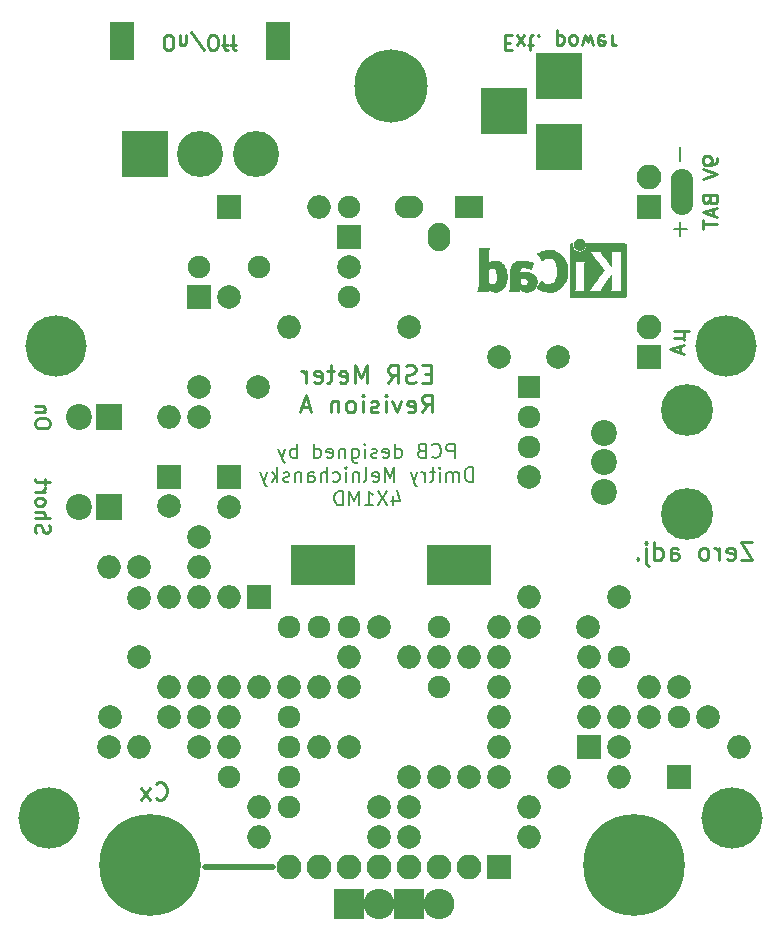
<source format=gbr>
G04 #@! TF.FileFunction,Soldermask,Bot*
%FSLAX46Y46*%
G04 Gerber Fmt 4.6, Leading zero omitted, Abs format (unit mm)*
G04 Created by KiCad (PCBNEW 4.0.7-e2-6376~58~ubuntu16.04.1) date Mon Jan 29 21:47:02 2018*
%MOMM*%
%LPD*%
G01*
G04 APERTURE LIST*
%ADD10C,0.100000*%
%ADD11C,0.500000*%
%ADD12C,0.200000*%
%ADD13C,0.250000*%
%ADD14C,0.010000*%
%ADD15C,2.000000*%
%ADD16O,2.000000X2.000000*%
%ADD17C,1.924000*%
%ADD18C,5.200000*%
%ADD19C,2.200000*%
%ADD20O,4.400000X4.400000*%
%ADD21R,2.000000X2.000000*%
%ADD22R,2.100000X2.100000*%
%ADD23O,2.100000X2.100000*%
%ADD24O,1.900000X2.400000*%
%ADD25R,2.400000X1.900000*%
%ADD26O,2.400000X1.900000*%
%ADD27C,1.920000*%
%ADD28R,1.920000X1.920000*%
%ADD29C,6.200000*%
%ADD30C,1.900000*%
%ADD31C,8.600000*%
%ADD32R,2.000000X3.250000*%
%ADD33R,3.900000X3.900000*%
%ADD34C,3.900000*%
%ADD35R,2.200000X2.200000*%
%ADD36R,5.400000X3.400000*%
%ADD37R,2.600000X2.600000*%
%ADD38O,2.600000X2.600000*%
%ADD39O,1.900000X3.900000*%
G04 APERTURE END LIST*
D10*
D11*
X137668000Y-119380000D02*
X143383000Y-119380000D01*
D12*
X177907143Y-65976428D02*
X177907143Y-64833571D01*
X178478571Y-65405000D02*
X177335714Y-65405000D01*
X177907143Y-59626428D02*
X177907143Y-58483571D01*
D13*
X156776856Y-77636857D02*
X156276856Y-77636857D01*
X156062570Y-78422571D02*
X156776856Y-78422571D01*
X156776856Y-76922571D01*
X156062570Y-76922571D01*
X155491142Y-78351143D02*
X155276856Y-78422571D01*
X154919713Y-78422571D01*
X154776856Y-78351143D01*
X154705427Y-78279714D01*
X154633999Y-78136857D01*
X154633999Y-77994000D01*
X154705427Y-77851143D01*
X154776856Y-77779714D01*
X154919713Y-77708286D01*
X155205427Y-77636857D01*
X155348285Y-77565429D01*
X155419713Y-77494000D01*
X155491142Y-77351143D01*
X155491142Y-77208286D01*
X155419713Y-77065429D01*
X155348285Y-76994000D01*
X155205427Y-76922571D01*
X154848285Y-76922571D01*
X154633999Y-76994000D01*
X153133999Y-78422571D02*
X153633999Y-77708286D01*
X153991142Y-78422571D02*
X153991142Y-76922571D01*
X153419714Y-76922571D01*
X153276856Y-76994000D01*
X153205428Y-77065429D01*
X153133999Y-77208286D01*
X153133999Y-77422571D01*
X153205428Y-77565429D01*
X153276856Y-77636857D01*
X153419714Y-77708286D01*
X153991142Y-77708286D01*
X151348285Y-78422571D02*
X151348285Y-76922571D01*
X150848285Y-77994000D01*
X150348285Y-76922571D01*
X150348285Y-78422571D01*
X149062571Y-78351143D02*
X149205428Y-78422571D01*
X149491142Y-78422571D01*
X149633999Y-78351143D01*
X149705428Y-78208286D01*
X149705428Y-77636857D01*
X149633999Y-77494000D01*
X149491142Y-77422571D01*
X149205428Y-77422571D01*
X149062571Y-77494000D01*
X148991142Y-77636857D01*
X148991142Y-77779714D01*
X149705428Y-77922571D01*
X148562571Y-77422571D02*
X147991142Y-77422571D01*
X148348285Y-76922571D02*
X148348285Y-78208286D01*
X148276857Y-78351143D01*
X148133999Y-78422571D01*
X147991142Y-78422571D01*
X146919714Y-78351143D02*
X147062571Y-78422571D01*
X147348285Y-78422571D01*
X147491142Y-78351143D01*
X147562571Y-78208286D01*
X147562571Y-77636857D01*
X147491142Y-77494000D01*
X147348285Y-77422571D01*
X147062571Y-77422571D01*
X146919714Y-77494000D01*
X146848285Y-77636857D01*
X146848285Y-77779714D01*
X147562571Y-77922571D01*
X146205428Y-78422571D02*
X146205428Y-77422571D01*
X146205428Y-77708286D02*
X146134000Y-77565429D01*
X146062571Y-77494000D01*
X145919714Y-77422571D01*
X145776857Y-77422571D01*
X156026857Y-80922571D02*
X156526857Y-80208286D01*
X156884000Y-80922571D02*
X156884000Y-79422571D01*
X156312572Y-79422571D01*
X156169714Y-79494000D01*
X156098286Y-79565429D01*
X156026857Y-79708286D01*
X156026857Y-79922571D01*
X156098286Y-80065429D01*
X156169714Y-80136857D01*
X156312572Y-80208286D01*
X156884000Y-80208286D01*
X154812572Y-80851143D02*
X154955429Y-80922571D01*
X155241143Y-80922571D01*
X155384000Y-80851143D01*
X155455429Y-80708286D01*
X155455429Y-80136857D01*
X155384000Y-79994000D01*
X155241143Y-79922571D01*
X154955429Y-79922571D01*
X154812572Y-79994000D01*
X154741143Y-80136857D01*
X154741143Y-80279714D01*
X155455429Y-80422571D01*
X154241143Y-79922571D02*
X153884000Y-80922571D01*
X153526858Y-79922571D01*
X152955429Y-80922571D02*
X152955429Y-79922571D01*
X152955429Y-79422571D02*
X153026858Y-79494000D01*
X152955429Y-79565429D01*
X152884001Y-79494000D01*
X152955429Y-79422571D01*
X152955429Y-79565429D01*
X152312572Y-80851143D02*
X152169715Y-80922571D01*
X151884000Y-80922571D01*
X151741143Y-80851143D01*
X151669715Y-80708286D01*
X151669715Y-80636857D01*
X151741143Y-80494000D01*
X151884000Y-80422571D01*
X152098286Y-80422571D01*
X152241143Y-80351143D01*
X152312572Y-80208286D01*
X152312572Y-80136857D01*
X152241143Y-79994000D01*
X152098286Y-79922571D01*
X151884000Y-79922571D01*
X151741143Y-79994000D01*
X151026857Y-80922571D02*
X151026857Y-79922571D01*
X151026857Y-79422571D02*
X151098286Y-79494000D01*
X151026857Y-79565429D01*
X150955429Y-79494000D01*
X151026857Y-79422571D01*
X151026857Y-79565429D01*
X150098285Y-80922571D02*
X150241143Y-80851143D01*
X150312571Y-80779714D01*
X150384000Y-80636857D01*
X150384000Y-80208286D01*
X150312571Y-80065429D01*
X150241143Y-79994000D01*
X150098285Y-79922571D01*
X149884000Y-79922571D01*
X149741143Y-79994000D01*
X149669714Y-80065429D01*
X149598285Y-80208286D01*
X149598285Y-80636857D01*
X149669714Y-80779714D01*
X149741143Y-80851143D01*
X149884000Y-80922571D01*
X150098285Y-80922571D01*
X148955428Y-79922571D02*
X148955428Y-80922571D01*
X148955428Y-80065429D02*
X148884000Y-79994000D01*
X148741142Y-79922571D01*
X148526857Y-79922571D01*
X148384000Y-79994000D01*
X148312571Y-80136857D01*
X148312571Y-80922571D01*
X146526857Y-80494000D02*
X145812571Y-80494000D01*
X146669714Y-80922571D02*
X146169714Y-79422571D01*
X145669714Y-80922571D01*
D12*
X158784000Y-84775857D02*
X158784000Y-83575857D01*
X158326857Y-83575857D01*
X158212571Y-83633000D01*
X158155428Y-83690143D01*
X158098285Y-83804429D01*
X158098285Y-83975857D01*
X158155428Y-84090143D01*
X158212571Y-84147286D01*
X158326857Y-84204429D01*
X158784000Y-84204429D01*
X156898285Y-84661571D02*
X156955428Y-84718714D01*
X157126857Y-84775857D01*
X157241143Y-84775857D01*
X157412571Y-84718714D01*
X157526857Y-84604429D01*
X157584000Y-84490143D01*
X157641143Y-84261571D01*
X157641143Y-84090143D01*
X157584000Y-83861571D01*
X157526857Y-83747286D01*
X157412571Y-83633000D01*
X157241143Y-83575857D01*
X157126857Y-83575857D01*
X156955428Y-83633000D01*
X156898285Y-83690143D01*
X155984000Y-84147286D02*
X155812571Y-84204429D01*
X155755428Y-84261571D01*
X155698285Y-84375857D01*
X155698285Y-84547286D01*
X155755428Y-84661571D01*
X155812571Y-84718714D01*
X155926857Y-84775857D01*
X156384000Y-84775857D01*
X156384000Y-83575857D01*
X155984000Y-83575857D01*
X155869714Y-83633000D01*
X155812571Y-83690143D01*
X155755428Y-83804429D01*
X155755428Y-83918714D01*
X155812571Y-84033000D01*
X155869714Y-84090143D01*
X155984000Y-84147286D01*
X156384000Y-84147286D01*
X153755428Y-84775857D02*
X153755428Y-83575857D01*
X153755428Y-84718714D02*
X153869714Y-84775857D01*
X154098285Y-84775857D01*
X154212571Y-84718714D01*
X154269714Y-84661571D01*
X154326857Y-84547286D01*
X154326857Y-84204429D01*
X154269714Y-84090143D01*
X154212571Y-84033000D01*
X154098285Y-83975857D01*
X153869714Y-83975857D01*
X153755428Y-84033000D01*
X152726857Y-84718714D02*
X152841143Y-84775857D01*
X153069714Y-84775857D01*
X153184000Y-84718714D01*
X153241143Y-84604429D01*
X153241143Y-84147286D01*
X153184000Y-84033000D01*
X153069714Y-83975857D01*
X152841143Y-83975857D01*
X152726857Y-84033000D01*
X152669714Y-84147286D01*
X152669714Y-84261571D01*
X153241143Y-84375857D01*
X152212572Y-84718714D02*
X152098286Y-84775857D01*
X151869714Y-84775857D01*
X151755429Y-84718714D01*
X151698286Y-84604429D01*
X151698286Y-84547286D01*
X151755429Y-84433000D01*
X151869714Y-84375857D01*
X152041143Y-84375857D01*
X152155429Y-84318714D01*
X152212572Y-84204429D01*
X152212572Y-84147286D01*
X152155429Y-84033000D01*
X152041143Y-83975857D01*
X151869714Y-83975857D01*
X151755429Y-84033000D01*
X151184000Y-84775857D02*
X151184000Y-83975857D01*
X151184000Y-83575857D02*
X151241143Y-83633000D01*
X151184000Y-83690143D01*
X151126857Y-83633000D01*
X151184000Y-83575857D01*
X151184000Y-83690143D01*
X150098285Y-83975857D02*
X150098285Y-84947286D01*
X150155428Y-85061571D01*
X150212571Y-85118714D01*
X150326856Y-85175857D01*
X150498285Y-85175857D01*
X150612571Y-85118714D01*
X150098285Y-84718714D02*
X150212571Y-84775857D01*
X150441142Y-84775857D01*
X150555428Y-84718714D01*
X150612571Y-84661571D01*
X150669714Y-84547286D01*
X150669714Y-84204429D01*
X150612571Y-84090143D01*
X150555428Y-84033000D01*
X150441142Y-83975857D01*
X150212571Y-83975857D01*
X150098285Y-84033000D01*
X149526857Y-83975857D02*
X149526857Y-84775857D01*
X149526857Y-84090143D02*
X149469714Y-84033000D01*
X149355428Y-83975857D01*
X149184000Y-83975857D01*
X149069714Y-84033000D01*
X149012571Y-84147286D01*
X149012571Y-84775857D01*
X147984000Y-84718714D02*
X148098286Y-84775857D01*
X148326857Y-84775857D01*
X148441143Y-84718714D01*
X148498286Y-84604429D01*
X148498286Y-84147286D01*
X148441143Y-84033000D01*
X148326857Y-83975857D01*
X148098286Y-83975857D01*
X147984000Y-84033000D01*
X147926857Y-84147286D01*
X147926857Y-84261571D01*
X148498286Y-84375857D01*
X146898286Y-84775857D02*
X146898286Y-83575857D01*
X146898286Y-84718714D02*
X147012572Y-84775857D01*
X147241143Y-84775857D01*
X147355429Y-84718714D01*
X147412572Y-84661571D01*
X147469715Y-84547286D01*
X147469715Y-84204429D01*
X147412572Y-84090143D01*
X147355429Y-84033000D01*
X147241143Y-83975857D01*
X147012572Y-83975857D01*
X146898286Y-84033000D01*
X145412572Y-84775857D02*
X145412572Y-83575857D01*
X145412572Y-84033000D02*
X145298286Y-83975857D01*
X145069715Y-83975857D01*
X144955429Y-84033000D01*
X144898286Y-84090143D01*
X144841143Y-84204429D01*
X144841143Y-84547286D01*
X144898286Y-84661571D01*
X144955429Y-84718714D01*
X145069715Y-84775857D01*
X145298286Y-84775857D01*
X145412572Y-84718714D01*
X144441143Y-83975857D02*
X144155429Y-84775857D01*
X143869715Y-83975857D02*
X144155429Y-84775857D01*
X144269715Y-85061571D01*
X144326858Y-85118714D01*
X144441143Y-85175857D01*
X160326857Y-86775857D02*
X160326857Y-85575857D01*
X160041142Y-85575857D01*
X159869714Y-85633000D01*
X159755428Y-85747286D01*
X159698285Y-85861571D01*
X159641142Y-86090143D01*
X159641142Y-86261571D01*
X159698285Y-86490143D01*
X159755428Y-86604429D01*
X159869714Y-86718714D01*
X160041142Y-86775857D01*
X160326857Y-86775857D01*
X159126857Y-86775857D02*
X159126857Y-85975857D01*
X159126857Y-86090143D02*
X159069714Y-86033000D01*
X158955428Y-85975857D01*
X158784000Y-85975857D01*
X158669714Y-86033000D01*
X158612571Y-86147286D01*
X158612571Y-86775857D01*
X158612571Y-86147286D02*
X158555428Y-86033000D01*
X158441142Y-85975857D01*
X158269714Y-85975857D01*
X158155428Y-86033000D01*
X158098285Y-86147286D01*
X158098285Y-86775857D01*
X157526857Y-86775857D02*
X157526857Y-85975857D01*
X157526857Y-85575857D02*
X157584000Y-85633000D01*
X157526857Y-85690143D01*
X157469714Y-85633000D01*
X157526857Y-85575857D01*
X157526857Y-85690143D01*
X157126856Y-85975857D02*
X156669713Y-85975857D01*
X156955428Y-85575857D02*
X156955428Y-86604429D01*
X156898285Y-86718714D01*
X156783999Y-86775857D01*
X156669713Y-86775857D01*
X156269714Y-86775857D02*
X156269714Y-85975857D01*
X156269714Y-86204429D02*
X156212571Y-86090143D01*
X156155428Y-86033000D01*
X156041142Y-85975857D01*
X155926857Y-85975857D01*
X155641142Y-85975857D02*
X155355428Y-86775857D01*
X155069714Y-85975857D02*
X155355428Y-86775857D01*
X155469714Y-87061571D01*
X155526857Y-87118714D01*
X155641142Y-87175857D01*
X153698285Y-86775857D02*
X153698285Y-85575857D01*
X153298285Y-86433000D01*
X152898285Y-85575857D01*
X152898285Y-86775857D01*
X151869713Y-86718714D02*
X151983999Y-86775857D01*
X152212570Y-86775857D01*
X152326856Y-86718714D01*
X152383999Y-86604429D01*
X152383999Y-86147286D01*
X152326856Y-86033000D01*
X152212570Y-85975857D01*
X151983999Y-85975857D01*
X151869713Y-86033000D01*
X151812570Y-86147286D01*
X151812570Y-86261571D01*
X152383999Y-86375857D01*
X151126856Y-86775857D02*
X151241142Y-86718714D01*
X151298285Y-86604429D01*
X151298285Y-85575857D01*
X150669714Y-85975857D02*
X150669714Y-86775857D01*
X150669714Y-86090143D02*
X150612571Y-86033000D01*
X150498285Y-85975857D01*
X150326857Y-85975857D01*
X150212571Y-86033000D01*
X150155428Y-86147286D01*
X150155428Y-86775857D01*
X149584000Y-86775857D02*
X149584000Y-85975857D01*
X149584000Y-85575857D02*
X149641143Y-85633000D01*
X149584000Y-85690143D01*
X149526857Y-85633000D01*
X149584000Y-85575857D01*
X149584000Y-85690143D01*
X148498285Y-86718714D02*
X148612571Y-86775857D01*
X148841142Y-86775857D01*
X148955428Y-86718714D01*
X149012571Y-86661571D01*
X149069714Y-86547286D01*
X149069714Y-86204429D01*
X149012571Y-86090143D01*
X148955428Y-86033000D01*
X148841142Y-85975857D01*
X148612571Y-85975857D01*
X148498285Y-86033000D01*
X147984000Y-86775857D02*
X147984000Y-85575857D01*
X147469714Y-86775857D02*
X147469714Y-86147286D01*
X147526857Y-86033000D01*
X147641143Y-85975857D01*
X147812571Y-85975857D01*
X147926857Y-86033000D01*
X147984000Y-86090143D01*
X146384000Y-86775857D02*
X146384000Y-86147286D01*
X146441143Y-86033000D01*
X146555429Y-85975857D01*
X146784000Y-85975857D01*
X146898286Y-86033000D01*
X146384000Y-86718714D02*
X146498286Y-86775857D01*
X146784000Y-86775857D01*
X146898286Y-86718714D01*
X146955429Y-86604429D01*
X146955429Y-86490143D01*
X146898286Y-86375857D01*
X146784000Y-86318714D01*
X146498286Y-86318714D01*
X146384000Y-86261571D01*
X145812572Y-85975857D02*
X145812572Y-86775857D01*
X145812572Y-86090143D02*
X145755429Y-86033000D01*
X145641143Y-85975857D01*
X145469715Y-85975857D01*
X145355429Y-86033000D01*
X145298286Y-86147286D01*
X145298286Y-86775857D01*
X144784001Y-86718714D02*
X144669715Y-86775857D01*
X144441143Y-86775857D01*
X144326858Y-86718714D01*
X144269715Y-86604429D01*
X144269715Y-86547286D01*
X144326858Y-86433000D01*
X144441143Y-86375857D01*
X144612572Y-86375857D01*
X144726858Y-86318714D01*
X144784001Y-86204429D01*
X144784001Y-86147286D01*
X144726858Y-86033000D01*
X144612572Y-85975857D01*
X144441143Y-85975857D01*
X144326858Y-86033000D01*
X143755429Y-86775857D02*
X143755429Y-85575857D01*
X143641143Y-86318714D02*
X143298286Y-86775857D01*
X143298286Y-85975857D02*
X143755429Y-86433000D01*
X142898285Y-85975857D02*
X142612571Y-86775857D01*
X142326857Y-85975857D02*
X142612571Y-86775857D01*
X142726857Y-87061571D01*
X142784000Y-87118714D01*
X142898285Y-87175857D01*
X153584000Y-87975857D02*
X153584000Y-88775857D01*
X153869714Y-87518714D02*
X154155429Y-88375857D01*
X153412571Y-88375857D01*
X153069714Y-87575857D02*
X152269714Y-88775857D01*
X152269714Y-87575857D02*
X153069714Y-88775857D01*
X151184000Y-88775857D02*
X151869715Y-88775857D01*
X151526857Y-88775857D02*
X151526857Y-87575857D01*
X151641143Y-87747286D01*
X151755429Y-87861571D01*
X151869715Y-87918714D01*
X150669715Y-88775857D02*
X150669715Y-87575857D01*
X150269715Y-88433000D01*
X149869715Y-87575857D01*
X149869715Y-88775857D01*
X149298286Y-88775857D02*
X149298286Y-87575857D01*
X149012571Y-87575857D01*
X148841143Y-87633000D01*
X148726857Y-87747286D01*
X148669714Y-87861571D01*
X148612571Y-88090143D01*
X148612571Y-88261571D01*
X148669714Y-88490143D01*
X148726857Y-88604429D01*
X148841143Y-88718714D01*
X149012571Y-88775857D01*
X149298286Y-88775857D01*
D13*
X133492857Y-113565714D02*
X133564286Y-113637143D01*
X133778572Y-113708571D01*
X133921429Y-113708571D01*
X134135714Y-113637143D01*
X134278572Y-113494286D01*
X134350000Y-113351429D01*
X134421429Y-113065714D01*
X134421429Y-112851429D01*
X134350000Y-112565714D01*
X134278572Y-112422857D01*
X134135714Y-112280000D01*
X133921429Y-112208571D01*
X133778572Y-112208571D01*
X133564286Y-112280000D01*
X133492857Y-112351429D01*
X132992857Y-113708571D02*
X132207143Y-112708571D01*
X132992857Y-112708571D02*
X132207143Y-113708571D01*
X123319048Y-91132143D02*
X123259524Y-90953571D01*
X123259524Y-90655952D01*
X123319048Y-90536905D01*
X123378571Y-90477381D01*
X123497619Y-90417857D01*
X123616667Y-90417857D01*
X123735714Y-90477381D01*
X123795238Y-90536905D01*
X123854762Y-90655952D01*
X123914286Y-90894048D01*
X123973810Y-91013095D01*
X124033333Y-91072619D01*
X124152381Y-91132143D01*
X124271429Y-91132143D01*
X124390476Y-91072619D01*
X124450000Y-91013095D01*
X124509524Y-90894048D01*
X124509524Y-90596428D01*
X124450000Y-90417857D01*
X123259524Y-89882143D02*
X124509524Y-89882143D01*
X123259524Y-89346429D02*
X123914286Y-89346429D01*
X124033333Y-89405952D01*
X124092857Y-89525000D01*
X124092857Y-89703572D01*
X124033333Y-89822619D01*
X123973810Y-89882143D01*
X123259524Y-88572620D02*
X123319048Y-88691667D01*
X123378571Y-88751191D01*
X123497619Y-88810715D01*
X123854762Y-88810715D01*
X123973810Y-88751191D01*
X124033333Y-88691667D01*
X124092857Y-88572620D01*
X124092857Y-88394048D01*
X124033333Y-88275000D01*
X123973810Y-88215477D01*
X123854762Y-88155953D01*
X123497619Y-88155953D01*
X123378571Y-88215477D01*
X123319048Y-88275000D01*
X123259524Y-88394048D01*
X123259524Y-88572620D01*
X123259524Y-87620239D02*
X124092857Y-87620239D01*
X123854762Y-87620239D02*
X123973810Y-87560715D01*
X124033333Y-87501191D01*
X124092857Y-87382144D01*
X124092857Y-87263096D01*
X124092857Y-87025000D02*
X124092857Y-86548810D01*
X124509524Y-86846429D02*
X123438095Y-86846429D01*
X123319048Y-86786905D01*
X123259524Y-86667858D01*
X123259524Y-86548810D01*
X124509524Y-81964524D02*
X124509524Y-81726428D01*
X124450000Y-81607381D01*
X124330952Y-81488333D01*
X124092857Y-81428809D01*
X123676190Y-81428809D01*
X123438095Y-81488333D01*
X123319048Y-81607381D01*
X123259524Y-81726428D01*
X123259524Y-81964524D01*
X123319048Y-82083571D01*
X123438095Y-82202619D01*
X123676190Y-82262143D01*
X124092857Y-82262143D01*
X124330952Y-82202619D01*
X124450000Y-82083571D01*
X124509524Y-81964524D01*
X124092857Y-80893095D02*
X123259524Y-80893095D01*
X123973810Y-80893095D02*
X124033333Y-80833571D01*
X124092857Y-80714524D01*
X124092857Y-80535952D01*
X124033333Y-80416904D01*
X123914286Y-80357381D01*
X123259524Y-80357381D01*
X134451666Y-50214524D02*
X134689762Y-50214524D01*
X134808809Y-50155000D01*
X134927857Y-50035952D01*
X134987381Y-49797857D01*
X134987381Y-49381190D01*
X134927857Y-49143095D01*
X134808809Y-49024048D01*
X134689762Y-48964524D01*
X134451666Y-48964524D01*
X134332619Y-49024048D01*
X134213571Y-49143095D01*
X134154047Y-49381190D01*
X134154047Y-49797857D01*
X134213571Y-50035952D01*
X134332619Y-50155000D01*
X134451666Y-50214524D01*
X135523095Y-49797857D02*
X135523095Y-48964524D01*
X135523095Y-49678810D02*
X135582619Y-49738333D01*
X135701666Y-49797857D01*
X135880238Y-49797857D01*
X135999286Y-49738333D01*
X136058809Y-49619286D01*
X136058809Y-48964524D01*
X137546904Y-50274048D02*
X136475476Y-48666905D01*
X138201666Y-50214524D02*
X138439762Y-50214524D01*
X138558809Y-50155000D01*
X138677857Y-50035952D01*
X138737381Y-49797857D01*
X138737381Y-49381190D01*
X138677857Y-49143095D01*
X138558809Y-49024048D01*
X138439762Y-48964524D01*
X138201666Y-48964524D01*
X138082619Y-49024048D01*
X137963571Y-49143095D01*
X137904047Y-49381190D01*
X137904047Y-49797857D01*
X137963571Y-50035952D01*
X138082619Y-50155000D01*
X138201666Y-50214524D01*
X139094524Y-49797857D02*
X139570714Y-49797857D01*
X139273095Y-48964524D02*
X139273095Y-50035952D01*
X139332619Y-50155000D01*
X139451666Y-50214524D01*
X139570714Y-50214524D01*
X139808810Y-49797857D02*
X140285000Y-49797857D01*
X139987381Y-48964524D02*
X139987381Y-50035952D01*
X140046905Y-50155000D01*
X140165952Y-50214524D01*
X140285000Y-50214524D01*
X163026905Y-49619286D02*
X163443572Y-49619286D01*
X163622143Y-48964524D02*
X163026905Y-48964524D01*
X163026905Y-50214524D01*
X163622143Y-50214524D01*
X164038809Y-48964524D02*
X164693571Y-49797857D01*
X164038809Y-49797857D02*
X164693571Y-48964524D01*
X164991191Y-49797857D02*
X165467381Y-49797857D01*
X165169762Y-50214524D02*
X165169762Y-49143095D01*
X165229286Y-49024048D01*
X165348333Y-48964524D01*
X165467381Y-48964524D01*
X165884048Y-49083571D02*
X165943572Y-49024048D01*
X165884048Y-48964524D01*
X165824524Y-49024048D01*
X165884048Y-49083571D01*
X165884048Y-48964524D01*
X167431667Y-49797857D02*
X167431667Y-48547857D01*
X167431667Y-49738333D02*
X167550715Y-49797857D01*
X167788810Y-49797857D01*
X167907858Y-49738333D01*
X167967381Y-49678810D01*
X168026905Y-49559762D01*
X168026905Y-49202619D01*
X167967381Y-49083571D01*
X167907858Y-49024048D01*
X167788810Y-48964524D01*
X167550715Y-48964524D01*
X167431667Y-49024048D01*
X168741190Y-48964524D02*
X168622143Y-49024048D01*
X168562619Y-49083571D01*
X168503095Y-49202619D01*
X168503095Y-49559762D01*
X168562619Y-49678810D01*
X168622143Y-49738333D01*
X168741190Y-49797857D01*
X168919762Y-49797857D01*
X169038810Y-49738333D01*
X169098333Y-49678810D01*
X169157857Y-49559762D01*
X169157857Y-49202619D01*
X169098333Y-49083571D01*
X169038810Y-49024048D01*
X168919762Y-48964524D01*
X168741190Y-48964524D01*
X169574523Y-49797857D02*
X169812619Y-48964524D01*
X170050714Y-49559762D01*
X170288809Y-48964524D01*
X170526904Y-49797857D01*
X171479286Y-49024048D02*
X171360238Y-48964524D01*
X171122143Y-48964524D01*
X171003095Y-49024048D01*
X170943571Y-49143095D01*
X170943571Y-49619286D01*
X171003095Y-49738333D01*
X171122143Y-49797857D01*
X171360238Y-49797857D01*
X171479286Y-49738333D01*
X171538809Y-49619286D01*
X171538809Y-49500238D01*
X170943571Y-49381190D01*
X172074524Y-48964524D02*
X172074524Y-49797857D01*
X172074524Y-49559762D02*
X172134048Y-49678810D01*
X172193572Y-49738333D01*
X172312619Y-49797857D01*
X172431667Y-49797857D01*
X181032476Y-59343095D02*
X181032476Y-59581190D01*
X180972952Y-59700238D01*
X180913429Y-59759762D01*
X180734857Y-59878809D01*
X180496762Y-59938333D01*
X180020571Y-59938333D01*
X179901524Y-59878809D01*
X179842000Y-59819285D01*
X179782476Y-59700238D01*
X179782476Y-59462142D01*
X179842000Y-59343095D01*
X179901524Y-59283571D01*
X180020571Y-59224047D01*
X180318190Y-59224047D01*
X180437238Y-59283571D01*
X180496762Y-59343095D01*
X180556286Y-59462142D01*
X180556286Y-59700238D01*
X180496762Y-59819285D01*
X180437238Y-59878809D01*
X180318190Y-59938333D01*
X179782476Y-60295476D02*
X181032476Y-60712142D01*
X179782476Y-61128809D01*
X180377714Y-62914524D02*
X180437238Y-63093095D01*
X180496762Y-63152619D01*
X180615810Y-63212143D01*
X180794381Y-63212143D01*
X180913429Y-63152619D01*
X180972952Y-63093095D01*
X181032476Y-62974048D01*
X181032476Y-62497857D01*
X179782476Y-62497857D01*
X179782476Y-62914524D01*
X179842000Y-63033571D01*
X179901524Y-63093095D01*
X180020571Y-63152619D01*
X180139619Y-63152619D01*
X180258667Y-63093095D01*
X180318190Y-63033571D01*
X180377714Y-62914524D01*
X180377714Y-62497857D01*
X180675333Y-63688333D02*
X180675333Y-64283571D01*
X181032476Y-63569286D02*
X179782476Y-63985952D01*
X181032476Y-64402619D01*
X179782476Y-64640715D02*
X179782476Y-65355000D01*
X181032476Y-64997857D02*
X179782476Y-64997857D01*
X177405143Y-74037143D02*
X178655143Y-74037143D01*
X178059905Y-74632381D02*
X178178952Y-74691905D01*
X178238476Y-74810953D01*
X178059905Y-74037143D02*
X178178952Y-74096667D01*
X178238476Y-74215714D01*
X178238476Y-74453810D01*
X178178952Y-74572857D01*
X178059905Y-74632381D01*
X177405143Y-74632381D01*
X177881333Y-75287143D02*
X177881333Y-75882381D01*
X178238476Y-75168096D02*
X176988476Y-75584762D01*
X178238476Y-76001429D01*
X183998571Y-91888571D02*
X182998571Y-91888571D01*
X183998571Y-93388571D01*
X182998571Y-93388571D01*
X181855715Y-93317143D02*
X181998572Y-93388571D01*
X182284286Y-93388571D01*
X182427143Y-93317143D01*
X182498572Y-93174286D01*
X182498572Y-92602857D01*
X182427143Y-92460000D01*
X182284286Y-92388571D01*
X181998572Y-92388571D01*
X181855715Y-92460000D01*
X181784286Y-92602857D01*
X181784286Y-92745714D01*
X182498572Y-92888571D01*
X181141429Y-93388571D02*
X181141429Y-92388571D01*
X181141429Y-92674286D02*
X181070001Y-92531429D01*
X180998572Y-92460000D01*
X180855715Y-92388571D01*
X180712858Y-92388571D01*
X179998572Y-93388571D02*
X180141430Y-93317143D01*
X180212858Y-93245714D01*
X180284287Y-93102857D01*
X180284287Y-92674286D01*
X180212858Y-92531429D01*
X180141430Y-92460000D01*
X179998572Y-92388571D01*
X179784287Y-92388571D01*
X179641430Y-92460000D01*
X179570001Y-92531429D01*
X179498572Y-92674286D01*
X179498572Y-93102857D01*
X179570001Y-93245714D01*
X179641430Y-93317143D01*
X179784287Y-93388571D01*
X179998572Y-93388571D01*
X177070001Y-93388571D02*
X177070001Y-92602857D01*
X177141430Y-92460000D01*
X177284287Y-92388571D01*
X177570001Y-92388571D01*
X177712858Y-92460000D01*
X177070001Y-93317143D02*
X177212858Y-93388571D01*
X177570001Y-93388571D01*
X177712858Y-93317143D01*
X177784287Y-93174286D01*
X177784287Y-93031429D01*
X177712858Y-92888571D01*
X177570001Y-92817143D01*
X177212858Y-92817143D01*
X177070001Y-92745714D01*
X175712858Y-93388571D02*
X175712858Y-91888571D01*
X175712858Y-93317143D02*
X175855715Y-93388571D01*
X176141429Y-93388571D01*
X176284287Y-93317143D01*
X176355715Y-93245714D01*
X176427144Y-93102857D01*
X176427144Y-92674286D01*
X176355715Y-92531429D01*
X176284287Y-92460000D01*
X176141429Y-92388571D01*
X175855715Y-92388571D01*
X175712858Y-92460000D01*
X174998572Y-92388571D02*
X174998572Y-93674286D01*
X175070001Y-93817143D01*
X175212858Y-93888571D01*
X175284286Y-93888571D01*
X174998572Y-91888571D02*
X175070001Y-91960000D01*
X174998572Y-92031429D01*
X174927144Y-91960000D01*
X174998572Y-91888571D01*
X174998572Y-92031429D01*
X174284286Y-93245714D02*
X174212858Y-93317143D01*
X174284286Y-93388571D01*
X174355715Y-93317143D01*
X174284286Y-93245714D01*
X174284286Y-93388571D01*
D14*
G36*
X169951400Y-66704054D02*
X169940535Y-66817993D01*
X169908918Y-66925616D01*
X169858015Y-67024615D01*
X169789293Y-67112684D01*
X169704219Y-67187516D01*
X169607232Y-67245384D01*
X169500964Y-67285005D01*
X169393950Y-67303573D01*
X169288300Y-67302434D01*
X169186125Y-67282930D01*
X169089534Y-67246406D01*
X169000638Y-67194205D01*
X168921546Y-67127673D01*
X168854369Y-67048152D01*
X168801217Y-66956987D01*
X168764199Y-66855523D01*
X168745427Y-66745102D01*
X168743489Y-66695206D01*
X168743489Y-66607267D01*
X168691560Y-66607267D01*
X168655253Y-66610111D01*
X168628355Y-66621911D01*
X168601249Y-66645649D01*
X168562867Y-66684031D01*
X168562867Y-68875602D01*
X168562876Y-69137739D01*
X168562908Y-69378241D01*
X168562972Y-69598048D01*
X168563076Y-69798101D01*
X168563227Y-69979344D01*
X168563434Y-70142716D01*
X168563706Y-70289160D01*
X168564050Y-70419617D01*
X168564474Y-70535029D01*
X168564987Y-70636338D01*
X168565597Y-70724484D01*
X168566312Y-70800410D01*
X168567140Y-70865057D01*
X168568089Y-70919367D01*
X168569167Y-70964280D01*
X168570383Y-71000740D01*
X168571745Y-71029687D01*
X168573261Y-71052063D01*
X168574938Y-71068809D01*
X168576786Y-71080868D01*
X168578813Y-71089180D01*
X168581025Y-71094687D01*
X168582108Y-71096537D01*
X168586271Y-71103549D01*
X168589805Y-71109996D01*
X168593635Y-71115900D01*
X168598682Y-71121286D01*
X168605871Y-71126178D01*
X168616123Y-71130598D01*
X168630364Y-71134572D01*
X168649514Y-71138121D01*
X168674499Y-71141270D01*
X168706240Y-71144042D01*
X168745662Y-71146461D01*
X168793686Y-71148551D01*
X168851237Y-71150335D01*
X168919237Y-71151837D01*
X168998610Y-71153080D01*
X169090279Y-71154089D01*
X169195166Y-71154885D01*
X169314196Y-71155494D01*
X169448290Y-71155939D01*
X169598373Y-71156243D01*
X169765367Y-71156430D01*
X169950196Y-71156524D01*
X170153783Y-71156548D01*
X170377050Y-71156525D01*
X170620922Y-71156480D01*
X170886321Y-71156437D01*
X170924704Y-71156432D01*
X171191682Y-71156389D01*
X171437002Y-71156318D01*
X171661583Y-71156213D01*
X171866345Y-71156066D01*
X172052206Y-71155869D01*
X172220088Y-71155616D01*
X172370908Y-71155300D01*
X172505587Y-71154913D01*
X172625044Y-71154447D01*
X172730199Y-71153897D01*
X172821971Y-71153253D01*
X172901279Y-71152511D01*
X172969043Y-71151661D01*
X173026182Y-71150697D01*
X173073617Y-71149611D01*
X173112266Y-71148397D01*
X173143049Y-71147047D01*
X173166885Y-71145555D01*
X173184694Y-71143911D01*
X173197395Y-71142111D01*
X173205908Y-71140145D01*
X173210266Y-71138477D01*
X173218728Y-71134906D01*
X173226497Y-71132270D01*
X173233602Y-71129634D01*
X173240073Y-71126062D01*
X173245939Y-71120621D01*
X173251229Y-71112375D01*
X173255974Y-71100390D01*
X173260202Y-71083731D01*
X173263943Y-71061463D01*
X173267227Y-71032652D01*
X173270083Y-70996363D01*
X173272540Y-70951661D01*
X173274629Y-70897611D01*
X173276378Y-70833279D01*
X173277817Y-70757730D01*
X173278976Y-70670030D01*
X173279883Y-70569243D01*
X173280569Y-70454434D01*
X173281063Y-70324670D01*
X173281395Y-70179015D01*
X173281593Y-70016535D01*
X173281687Y-69836295D01*
X173281708Y-69637360D01*
X173281685Y-69418796D01*
X173281646Y-69179668D01*
X173281622Y-68919040D01*
X173281622Y-68876889D01*
X173281636Y-68613992D01*
X173281661Y-68372732D01*
X173281671Y-68152165D01*
X173281642Y-67951352D01*
X173281548Y-67769349D01*
X173281362Y-67605216D01*
X173281059Y-67458011D01*
X173280614Y-67326792D01*
X173280034Y-67216867D01*
X172977197Y-67216867D01*
X172937407Y-67274711D01*
X172926236Y-67290479D01*
X172916166Y-67304441D01*
X172907138Y-67317784D01*
X172899097Y-67331693D01*
X172891986Y-67347356D01*
X172885747Y-67365958D01*
X172880325Y-67388686D01*
X172875662Y-67416727D01*
X172871701Y-67451267D01*
X172868385Y-67493492D01*
X172865659Y-67544589D01*
X172863464Y-67605744D01*
X172861745Y-67678144D01*
X172860444Y-67762975D01*
X172859505Y-67861422D01*
X172858870Y-67974674D01*
X172858484Y-68103916D01*
X172858288Y-68250334D01*
X172858227Y-68415116D01*
X172858243Y-68599447D01*
X172858280Y-68804513D01*
X172858289Y-68927133D01*
X172858265Y-69144082D01*
X172858231Y-69339642D01*
X172858243Y-69514999D01*
X172858358Y-69671341D01*
X172858630Y-69809857D01*
X172859118Y-69931734D01*
X172859876Y-70038160D01*
X172860962Y-70130322D01*
X172862431Y-70209409D01*
X172864340Y-70276608D01*
X172866744Y-70333107D01*
X172869701Y-70380093D01*
X172873266Y-70418755D01*
X172877495Y-70450280D01*
X172882446Y-70475855D01*
X172888173Y-70496670D01*
X172894733Y-70513911D01*
X172902183Y-70528765D01*
X172910579Y-70542422D01*
X172919976Y-70556069D01*
X172930432Y-70570893D01*
X172936523Y-70579783D01*
X172975296Y-70637400D01*
X172443732Y-70637400D01*
X172320483Y-70637365D01*
X172217987Y-70637215D01*
X172134420Y-70636878D01*
X172067956Y-70636286D01*
X172016771Y-70635367D01*
X171979041Y-70634051D01*
X171952940Y-70632269D01*
X171936644Y-70629951D01*
X171928328Y-70627026D01*
X171926168Y-70623424D01*
X171928339Y-70619075D01*
X171929535Y-70617645D01*
X171954685Y-70580573D01*
X171980583Y-70527772D01*
X172004192Y-70465770D01*
X172012461Y-70439357D01*
X172017078Y-70421416D01*
X172020979Y-70400355D01*
X172024248Y-70374089D01*
X172026966Y-70340532D01*
X172029215Y-70297599D01*
X172031077Y-70243204D01*
X172032636Y-70175262D01*
X172033972Y-70091688D01*
X172035169Y-69990395D01*
X172036308Y-69869300D01*
X172036685Y-69824600D01*
X172037702Y-69699449D01*
X172038460Y-69595082D01*
X172038903Y-69509707D01*
X172038970Y-69441533D01*
X172038605Y-69388765D01*
X172037748Y-69349614D01*
X172036341Y-69322285D01*
X172034325Y-69304986D01*
X172031643Y-69295926D01*
X172028236Y-69293312D01*
X172024044Y-69295351D01*
X172019571Y-69299667D01*
X172009216Y-69312602D01*
X171987158Y-69341676D01*
X171954957Y-69384759D01*
X171914174Y-69439718D01*
X171866370Y-69504423D01*
X171813105Y-69576742D01*
X171755940Y-69654544D01*
X171696437Y-69735698D01*
X171636155Y-69818072D01*
X171576655Y-69899536D01*
X171519498Y-69977957D01*
X171466245Y-70051204D01*
X171418457Y-70117147D01*
X171377693Y-70173654D01*
X171345516Y-70218593D01*
X171323485Y-70249834D01*
X171318917Y-70256466D01*
X171295996Y-70293369D01*
X171269188Y-70341359D01*
X171243789Y-70390897D01*
X171240568Y-70397577D01*
X171218890Y-70445772D01*
X171206304Y-70483334D01*
X171200574Y-70519160D01*
X171199456Y-70561200D01*
X171200090Y-70637400D01*
X170045651Y-70637400D01*
X170136815Y-70543669D01*
X170183612Y-70493775D01*
X170233899Y-70437295D01*
X170279944Y-70383026D01*
X170300369Y-70357673D01*
X170330807Y-70318128D01*
X170370862Y-70264916D01*
X170419361Y-70199667D01*
X170475135Y-70124011D01*
X170537011Y-70039577D01*
X170603819Y-69947994D01*
X170674387Y-69850892D01*
X170747545Y-69749901D01*
X170822121Y-69646650D01*
X170896944Y-69542768D01*
X170970843Y-69439885D01*
X171042646Y-69339631D01*
X171111184Y-69243636D01*
X171175284Y-69153527D01*
X171233775Y-69070936D01*
X171285486Y-68997492D01*
X171329247Y-68934824D01*
X171363885Y-68884561D01*
X171388230Y-68848334D01*
X171401111Y-68827771D01*
X171402869Y-68823668D01*
X171394910Y-68812342D01*
X171374115Y-68785162D01*
X171341847Y-68743829D01*
X171299470Y-68690044D01*
X171248347Y-68625506D01*
X171189841Y-68551918D01*
X171125314Y-68470978D01*
X171056131Y-68384388D01*
X170983653Y-68293848D01*
X170909246Y-68201060D01*
X170849517Y-68126702D01*
X169838511Y-68126702D01*
X169832602Y-68139659D01*
X169818272Y-68161908D01*
X169817225Y-68163391D01*
X169798438Y-68193544D01*
X169778791Y-68230375D01*
X169774892Y-68238511D01*
X169771356Y-68246940D01*
X169768230Y-68257059D01*
X169765486Y-68270260D01*
X169763092Y-68287938D01*
X169761019Y-68311484D01*
X169759235Y-68342293D01*
X169757712Y-68381757D01*
X169756419Y-68431269D01*
X169755326Y-68492223D01*
X169754403Y-68566011D01*
X169753619Y-68654028D01*
X169752945Y-68757665D01*
X169752350Y-68878316D01*
X169751805Y-69017374D01*
X169751279Y-69176232D01*
X169750745Y-69355089D01*
X169750206Y-69540207D01*
X169749772Y-69704145D01*
X169749509Y-69848303D01*
X169749484Y-69974079D01*
X169749765Y-70082871D01*
X169750419Y-70176077D01*
X169751514Y-70255097D01*
X169753118Y-70321328D01*
X169755297Y-70376170D01*
X169758119Y-70421021D01*
X169761651Y-70457278D01*
X169765961Y-70486341D01*
X169771117Y-70509609D01*
X169777185Y-70528479D01*
X169784233Y-70544351D01*
X169792329Y-70558622D01*
X169801540Y-70572691D01*
X169810040Y-70585158D01*
X169827176Y-70611452D01*
X169837322Y-70629037D01*
X169838511Y-70632257D01*
X169827604Y-70633334D01*
X169796411Y-70634335D01*
X169747223Y-70635235D01*
X169682333Y-70636010D01*
X169604030Y-70636637D01*
X169514607Y-70637091D01*
X169416356Y-70637349D01*
X169347445Y-70637400D01*
X169242452Y-70637180D01*
X169145610Y-70636548D01*
X169059107Y-70635549D01*
X168985132Y-70634227D01*
X168925874Y-70632626D01*
X168883520Y-70630791D01*
X168860260Y-70628765D01*
X168856378Y-70627493D01*
X168864076Y-70612591D01*
X168872074Y-70604560D01*
X168885246Y-70587434D01*
X168902485Y-70557183D01*
X168914407Y-70532622D01*
X168941045Y-70473711D01*
X168944120Y-69296845D01*
X168947195Y-68119978D01*
X169392853Y-68119978D01*
X169490670Y-68120142D01*
X169581064Y-68120611D01*
X169661630Y-68121347D01*
X169729962Y-68122316D01*
X169783656Y-68123480D01*
X169820305Y-68124803D01*
X169837504Y-68126249D01*
X169838511Y-68126702D01*
X170849517Y-68126702D01*
X170834270Y-68107722D01*
X170760090Y-68015537D01*
X170688069Y-67926204D01*
X170619569Y-67841424D01*
X170555955Y-67762898D01*
X170498588Y-67692326D01*
X170448833Y-67631409D01*
X170408052Y-67581847D01*
X170390888Y-67561178D01*
X170304596Y-67460516D01*
X170227997Y-67377259D01*
X170159183Y-67309438D01*
X170096248Y-67255089D01*
X170086867Y-67247722D01*
X170047356Y-67217117D01*
X171179116Y-67216867D01*
X171173827Y-67264844D01*
X171177130Y-67322188D01*
X171198661Y-67390463D01*
X171238635Y-67470212D01*
X171283943Y-67542495D01*
X171300161Y-67565140D01*
X171328214Y-67602696D01*
X171366430Y-67653021D01*
X171413137Y-67713973D01*
X171466661Y-67783411D01*
X171525331Y-67859194D01*
X171587475Y-67939180D01*
X171651421Y-68021228D01*
X171715495Y-68103196D01*
X171778027Y-68182943D01*
X171837343Y-68258327D01*
X171891771Y-68327207D01*
X171939639Y-68387442D01*
X171979275Y-68436889D01*
X172009006Y-68473408D01*
X172027161Y-68494858D01*
X172030220Y-68498156D01*
X172033079Y-68490149D01*
X172035293Y-68459855D01*
X172036857Y-68407556D01*
X172037767Y-68333531D01*
X172038020Y-68238063D01*
X172037613Y-68121434D01*
X172036704Y-68001445D01*
X172035382Y-67869333D01*
X172033857Y-67757594D01*
X172031881Y-67664025D01*
X172029206Y-67586419D01*
X172025582Y-67522574D01*
X172020761Y-67470283D01*
X172014494Y-67427344D01*
X172006532Y-67391551D01*
X171996627Y-67360700D01*
X171984531Y-67332586D01*
X171969993Y-67305005D01*
X171955311Y-67279966D01*
X171917314Y-67216867D01*
X172977197Y-67216867D01*
X173280034Y-67216867D01*
X173280001Y-67210617D01*
X173279195Y-67108544D01*
X173278170Y-67019633D01*
X173276900Y-66942941D01*
X173275360Y-66877527D01*
X173273524Y-66822449D01*
X173271367Y-66776765D01*
X173268863Y-66739534D01*
X173265987Y-66709813D01*
X173262713Y-66686662D01*
X173259015Y-66669139D01*
X173254869Y-66656301D01*
X173250247Y-66647208D01*
X173245126Y-66640918D01*
X173239478Y-66636488D01*
X173233279Y-66632978D01*
X173226504Y-66629445D01*
X173220508Y-66625876D01*
X173215275Y-66623300D01*
X173207099Y-66620972D01*
X173194886Y-66618878D01*
X173177541Y-66617007D01*
X173153969Y-66615347D01*
X173123077Y-66613884D01*
X173083768Y-66612608D01*
X173034950Y-66611504D01*
X172975527Y-66610561D01*
X172904404Y-66609767D01*
X172820488Y-66609109D01*
X172722683Y-66608575D01*
X172609894Y-66608153D01*
X172481029Y-66607829D01*
X172334991Y-66607592D01*
X172170686Y-66607430D01*
X171987020Y-66607330D01*
X171782897Y-66607280D01*
X171571753Y-66607267D01*
X169951400Y-66607267D01*
X169951400Y-66704054D01*
X169951400Y-66704054D01*
G37*
X169951400Y-66704054D02*
X169940535Y-66817993D01*
X169908918Y-66925616D01*
X169858015Y-67024615D01*
X169789293Y-67112684D01*
X169704219Y-67187516D01*
X169607232Y-67245384D01*
X169500964Y-67285005D01*
X169393950Y-67303573D01*
X169288300Y-67302434D01*
X169186125Y-67282930D01*
X169089534Y-67246406D01*
X169000638Y-67194205D01*
X168921546Y-67127673D01*
X168854369Y-67048152D01*
X168801217Y-66956987D01*
X168764199Y-66855523D01*
X168745427Y-66745102D01*
X168743489Y-66695206D01*
X168743489Y-66607267D01*
X168691560Y-66607267D01*
X168655253Y-66610111D01*
X168628355Y-66621911D01*
X168601249Y-66645649D01*
X168562867Y-66684031D01*
X168562867Y-68875602D01*
X168562876Y-69137739D01*
X168562908Y-69378241D01*
X168562972Y-69598048D01*
X168563076Y-69798101D01*
X168563227Y-69979344D01*
X168563434Y-70142716D01*
X168563706Y-70289160D01*
X168564050Y-70419617D01*
X168564474Y-70535029D01*
X168564987Y-70636338D01*
X168565597Y-70724484D01*
X168566312Y-70800410D01*
X168567140Y-70865057D01*
X168568089Y-70919367D01*
X168569167Y-70964280D01*
X168570383Y-71000740D01*
X168571745Y-71029687D01*
X168573261Y-71052063D01*
X168574938Y-71068809D01*
X168576786Y-71080868D01*
X168578813Y-71089180D01*
X168581025Y-71094687D01*
X168582108Y-71096537D01*
X168586271Y-71103549D01*
X168589805Y-71109996D01*
X168593635Y-71115900D01*
X168598682Y-71121286D01*
X168605871Y-71126178D01*
X168616123Y-71130598D01*
X168630364Y-71134572D01*
X168649514Y-71138121D01*
X168674499Y-71141270D01*
X168706240Y-71144042D01*
X168745662Y-71146461D01*
X168793686Y-71148551D01*
X168851237Y-71150335D01*
X168919237Y-71151837D01*
X168998610Y-71153080D01*
X169090279Y-71154089D01*
X169195166Y-71154885D01*
X169314196Y-71155494D01*
X169448290Y-71155939D01*
X169598373Y-71156243D01*
X169765367Y-71156430D01*
X169950196Y-71156524D01*
X170153783Y-71156548D01*
X170377050Y-71156525D01*
X170620922Y-71156480D01*
X170886321Y-71156437D01*
X170924704Y-71156432D01*
X171191682Y-71156389D01*
X171437002Y-71156318D01*
X171661583Y-71156213D01*
X171866345Y-71156066D01*
X172052206Y-71155869D01*
X172220088Y-71155616D01*
X172370908Y-71155300D01*
X172505587Y-71154913D01*
X172625044Y-71154447D01*
X172730199Y-71153897D01*
X172821971Y-71153253D01*
X172901279Y-71152511D01*
X172969043Y-71151661D01*
X173026182Y-71150697D01*
X173073617Y-71149611D01*
X173112266Y-71148397D01*
X173143049Y-71147047D01*
X173166885Y-71145555D01*
X173184694Y-71143911D01*
X173197395Y-71142111D01*
X173205908Y-71140145D01*
X173210266Y-71138477D01*
X173218728Y-71134906D01*
X173226497Y-71132270D01*
X173233602Y-71129634D01*
X173240073Y-71126062D01*
X173245939Y-71120621D01*
X173251229Y-71112375D01*
X173255974Y-71100390D01*
X173260202Y-71083731D01*
X173263943Y-71061463D01*
X173267227Y-71032652D01*
X173270083Y-70996363D01*
X173272540Y-70951661D01*
X173274629Y-70897611D01*
X173276378Y-70833279D01*
X173277817Y-70757730D01*
X173278976Y-70670030D01*
X173279883Y-70569243D01*
X173280569Y-70454434D01*
X173281063Y-70324670D01*
X173281395Y-70179015D01*
X173281593Y-70016535D01*
X173281687Y-69836295D01*
X173281708Y-69637360D01*
X173281685Y-69418796D01*
X173281646Y-69179668D01*
X173281622Y-68919040D01*
X173281622Y-68876889D01*
X173281636Y-68613992D01*
X173281661Y-68372732D01*
X173281671Y-68152165D01*
X173281642Y-67951352D01*
X173281548Y-67769349D01*
X173281362Y-67605216D01*
X173281059Y-67458011D01*
X173280614Y-67326792D01*
X173280034Y-67216867D01*
X172977197Y-67216867D01*
X172937407Y-67274711D01*
X172926236Y-67290479D01*
X172916166Y-67304441D01*
X172907138Y-67317784D01*
X172899097Y-67331693D01*
X172891986Y-67347356D01*
X172885747Y-67365958D01*
X172880325Y-67388686D01*
X172875662Y-67416727D01*
X172871701Y-67451267D01*
X172868385Y-67493492D01*
X172865659Y-67544589D01*
X172863464Y-67605744D01*
X172861745Y-67678144D01*
X172860444Y-67762975D01*
X172859505Y-67861422D01*
X172858870Y-67974674D01*
X172858484Y-68103916D01*
X172858288Y-68250334D01*
X172858227Y-68415116D01*
X172858243Y-68599447D01*
X172858280Y-68804513D01*
X172858289Y-68927133D01*
X172858265Y-69144082D01*
X172858231Y-69339642D01*
X172858243Y-69514999D01*
X172858358Y-69671341D01*
X172858630Y-69809857D01*
X172859118Y-69931734D01*
X172859876Y-70038160D01*
X172860962Y-70130322D01*
X172862431Y-70209409D01*
X172864340Y-70276608D01*
X172866744Y-70333107D01*
X172869701Y-70380093D01*
X172873266Y-70418755D01*
X172877495Y-70450280D01*
X172882446Y-70475855D01*
X172888173Y-70496670D01*
X172894733Y-70513911D01*
X172902183Y-70528765D01*
X172910579Y-70542422D01*
X172919976Y-70556069D01*
X172930432Y-70570893D01*
X172936523Y-70579783D01*
X172975296Y-70637400D01*
X172443732Y-70637400D01*
X172320483Y-70637365D01*
X172217987Y-70637215D01*
X172134420Y-70636878D01*
X172067956Y-70636286D01*
X172016771Y-70635367D01*
X171979041Y-70634051D01*
X171952940Y-70632269D01*
X171936644Y-70629951D01*
X171928328Y-70627026D01*
X171926168Y-70623424D01*
X171928339Y-70619075D01*
X171929535Y-70617645D01*
X171954685Y-70580573D01*
X171980583Y-70527772D01*
X172004192Y-70465770D01*
X172012461Y-70439357D01*
X172017078Y-70421416D01*
X172020979Y-70400355D01*
X172024248Y-70374089D01*
X172026966Y-70340532D01*
X172029215Y-70297599D01*
X172031077Y-70243204D01*
X172032636Y-70175262D01*
X172033972Y-70091688D01*
X172035169Y-69990395D01*
X172036308Y-69869300D01*
X172036685Y-69824600D01*
X172037702Y-69699449D01*
X172038460Y-69595082D01*
X172038903Y-69509707D01*
X172038970Y-69441533D01*
X172038605Y-69388765D01*
X172037748Y-69349614D01*
X172036341Y-69322285D01*
X172034325Y-69304986D01*
X172031643Y-69295926D01*
X172028236Y-69293312D01*
X172024044Y-69295351D01*
X172019571Y-69299667D01*
X172009216Y-69312602D01*
X171987158Y-69341676D01*
X171954957Y-69384759D01*
X171914174Y-69439718D01*
X171866370Y-69504423D01*
X171813105Y-69576742D01*
X171755940Y-69654544D01*
X171696437Y-69735698D01*
X171636155Y-69818072D01*
X171576655Y-69899536D01*
X171519498Y-69977957D01*
X171466245Y-70051204D01*
X171418457Y-70117147D01*
X171377693Y-70173654D01*
X171345516Y-70218593D01*
X171323485Y-70249834D01*
X171318917Y-70256466D01*
X171295996Y-70293369D01*
X171269188Y-70341359D01*
X171243789Y-70390897D01*
X171240568Y-70397577D01*
X171218890Y-70445772D01*
X171206304Y-70483334D01*
X171200574Y-70519160D01*
X171199456Y-70561200D01*
X171200090Y-70637400D01*
X170045651Y-70637400D01*
X170136815Y-70543669D01*
X170183612Y-70493775D01*
X170233899Y-70437295D01*
X170279944Y-70383026D01*
X170300369Y-70357673D01*
X170330807Y-70318128D01*
X170370862Y-70264916D01*
X170419361Y-70199667D01*
X170475135Y-70124011D01*
X170537011Y-70039577D01*
X170603819Y-69947994D01*
X170674387Y-69850892D01*
X170747545Y-69749901D01*
X170822121Y-69646650D01*
X170896944Y-69542768D01*
X170970843Y-69439885D01*
X171042646Y-69339631D01*
X171111184Y-69243636D01*
X171175284Y-69153527D01*
X171233775Y-69070936D01*
X171285486Y-68997492D01*
X171329247Y-68934824D01*
X171363885Y-68884561D01*
X171388230Y-68848334D01*
X171401111Y-68827771D01*
X171402869Y-68823668D01*
X171394910Y-68812342D01*
X171374115Y-68785162D01*
X171341847Y-68743829D01*
X171299470Y-68690044D01*
X171248347Y-68625506D01*
X171189841Y-68551918D01*
X171125314Y-68470978D01*
X171056131Y-68384388D01*
X170983653Y-68293848D01*
X170909246Y-68201060D01*
X170849517Y-68126702D01*
X169838511Y-68126702D01*
X169832602Y-68139659D01*
X169818272Y-68161908D01*
X169817225Y-68163391D01*
X169798438Y-68193544D01*
X169778791Y-68230375D01*
X169774892Y-68238511D01*
X169771356Y-68246940D01*
X169768230Y-68257059D01*
X169765486Y-68270260D01*
X169763092Y-68287938D01*
X169761019Y-68311484D01*
X169759235Y-68342293D01*
X169757712Y-68381757D01*
X169756419Y-68431269D01*
X169755326Y-68492223D01*
X169754403Y-68566011D01*
X169753619Y-68654028D01*
X169752945Y-68757665D01*
X169752350Y-68878316D01*
X169751805Y-69017374D01*
X169751279Y-69176232D01*
X169750745Y-69355089D01*
X169750206Y-69540207D01*
X169749772Y-69704145D01*
X169749509Y-69848303D01*
X169749484Y-69974079D01*
X169749765Y-70082871D01*
X169750419Y-70176077D01*
X169751514Y-70255097D01*
X169753118Y-70321328D01*
X169755297Y-70376170D01*
X169758119Y-70421021D01*
X169761651Y-70457278D01*
X169765961Y-70486341D01*
X169771117Y-70509609D01*
X169777185Y-70528479D01*
X169784233Y-70544351D01*
X169792329Y-70558622D01*
X169801540Y-70572691D01*
X169810040Y-70585158D01*
X169827176Y-70611452D01*
X169837322Y-70629037D01*
X169838511Y-70632257D01*
X169827604Y-70633334D01*
X169796411Y-70634335D01*
X169747223Y-70635235D01*
X169682333Y-70636010D01*
X169604030Y-70636637D01*
X169514607Y-70637091D01*
X169416356Y-70637349D01*
X169347445Y-70637400D01*
X169242452Y-70637180D01*
X169145610Y-70636548D01*
X169059107Y-70635549D01*
X168985132Y-70634227D01*
X168925874Y-70632626D01*
X168883520Y-70630791D01*
X168860260Y-70628765D01*
X168856378Y-70627493D01*
X168864076Y-70612591D01*
X168872074Y-70604560D01*
X168885246Y-70587434D01*
X168902485Y-70557183D01*
X168914407Y-70532622D01*
X168941045Y-70473711D01*
X168944120Y-69296845D01*
X168947195Y-68119978D01*
X169392853Y-68119978D01*
X169490670Y-68120142D01*
X169581064Y-68120611D01*
X169661630Y-68121347D01*
X169729962Y-68122316D01*
X169783656Y-68123480D01*
X169820305Y-68124803D01*
X169837504Y-68126249D01*
X169838511Y-68126702D01*
X170849517Y-68126702D01*
X170834270Y-68107722D01*
X170760090Y-68015537D01*
X170688069Y-67926204D01*
X170619569Y-67841424D01*
X170555955Y-67762898D01*
X170498588Y-67692326D01*
X170448833Y-67631409D01*
X170408052Y-67581847D01*
X170390888Y-67561178D01*
X170304596Y-67460516D01*
X170227997Y-67377259D01*
X170159183Y-67309438D01*
X170096248Y-67255089D01*
X170086867Y-67247722D01*
X170047356Y-67217117D01*
X171179116Y-67216867D01*
X171173827Y-67264844D01*
X171177130Y-67322188D01*
X171198661Y-67390463D01*
X171238635Y-67470212D01*
X171283943Y-67542495D01*
X171300161Y-67565140D01*
X171328214Y-67602696D01*
X171366430Y-67653021D01*
X171413137Y-67713973D01*
X171466661Y-67783411D01*
X171525331Y-67859194D01*
X171587475Y-67939180D01*
X171651421Y-68021228D01*
X171715495Y-68103196D01*
X171778027Y-68182943D01*
X171837343Y-68258327D01*
X171891771Y-68327207D01*
X171939639Y-68387442D01*
X171979275Y-68436889D01*
X172009006Y-68473408D01*
X172027161Y-68494858D01*
X172030220Y-68498156D01*
X172033079Y-68490149D01*
X172035293Y-68459855D01*
X172036857Y-68407556D01*
X172037767Y-68333531D01*
X172038020Y-68238063D01*
X172037613Y-68121434D01*
X172036704Y-68001445D01*
X172035382Y-67869333D01*
X172033857Y-67757594D01*
X172031881Y-67664025D01*
X172029206Y-67586419D01*
X172025582Y-67522574D01*
X172020761Y-67470283D01*
X172014494Y-67427344D01*
X172006532Y-67391551D01*
X171996627Y-67360700D01*
X171984531Y-67332586D01*
X171969993Y-67305005D01*
X171955311Y-67279966D01*
X171917314Y-67216867D01*
X172977197Y-67216867D01*
X173280034Y-67216867D01*
X173280001Y-67210617D01*
X173279195Y-67108544D01*
X173278170Y-67019633D01*
X173276900Y-66942941D01*
X173275360Y-66877527D01*
X173273524Y-66822449D01*
X173271367Y-66776765D01*
X173268863Y-66739534D01*
X173265987Y-66709813D01*
X173262713Y-66686662D01*
X173259015Y-66669139D01*
X173254869Y-66656301D01*
X173250247Y-66647208D01*
X173245126Y-66640918D01*
X173239478Y-66636488D01*
X173233279Y-66632978D01*
X173226504Y-66629445D01*
X173220508Y-66625876D01*
X173215275Y-66623300D01*
X173207099Y-66620972D01*
X173194886Y-66618878D01*
X173177541Y-66617007D01*
X173153969Y-66615347D01*
X173123077Y-66613884D01*
X173083768Y-66612608D01*
X173034950Y-66611504D01*
X172975527Y-66610561D01*
X172904404Y-66609767D01*
X172820488Y-66609109D01*
X172722683Y-66608575D01*
X172609894Y-66608153D01*
X172481029Y-66607829D01*
X172334991Y-66607592D01*
X172170686Y-66607430D01*
X171987020Y-66607330D01*
X171782897Y-66607280D01*
X171571753Y-66607267D01*
X169951400Y-66607267D01*
X169951400Y-66704054D01*
G36*
X166676571Y-67164071D02*
X166516430Y-67185245D01*
X166352490Y-67225385D01*
X166182687Y-67284889D01*
X166004957Y-67364154D01*
X165993690Y-67369699D01*
X165935995Y-67397725D01*
X165884448Y-67421802D01*
X165842809Y-67440249D01*
X165814838Y-67451386D01*
X165805267Y-67453933D01*
X165786050Y-67458941D01*
X165781439Y-67463147D01*
X165786542Y-67473580D01*
X165802582Y-67499868D01*
X165827712Y-67539257D01*
X165860086Y-67588991D01*
X165897857Y-67646315D01*
X165939178Y-67708476D01*
X165982202Y-67772718D01*
X166025083Y-67836285D01*
X166065974Y-67896425D01*
X166103029Y-67950380D01*
X166134400Y-67995397D01*
X166158241Y-68028721D01*
X166172706Y-68047597D01*
X166174691Y-68049787D01*
X166184809Y-68045138D01*
X166207150Y-68027962D01*
X166237720Y-68001440D01*
X166253464Y-67986964D01*
X166349953Y-67911682D01*
X166456664Y-67856241D01*
X166572168Y-67821141D01*
X166695038Y-67806880D01*
X166764439Y-67808051D01*
X166885577Y-67825212D01*
X166994795Y-67861094D01*
X167092418Y-67915959D01*
X167178772Y-67990070D01*
X167254185Y-68083688D01*
X167318982Y-68197076D01*
X167356399Y-68283667D01*
X167400252Y-68419366D01*
X167432572Y-68566850D01*
X167453443Y-68722314D01*
X167462949Y-68881956D01*
X167461173Y-69041973D01*
X167448197Y-69198561D01*
X167424106Y-69347918D01*
X167388982Y-69486240D01*
X167342908Y-69609724D01*
X167326627Y-69643978D01*
X167258380Y-69758064D01*
X167177921Y-69854557D01*
X167086430Y-69932670D01*
X166985089Y-69991617D01*
X166875080Y-70030612D01*
X166757585Y-70048868D01*
X166716117Y-70050211D01*
X166594559Y-70039290D01*
X166474122Y-70006474D01*
X166356334Y-69952439D01*
X166242723Y-69877865D01*
X166151315Y-69799539D01*
X166104785Y-69755008D01*
X165923517Y-70052271D01*
X165878420Y-70126433D01*
X165837181Y-70194646D01*
X165801265Y-70254459D01*
X165772134Y-70303420D01*
X165751250Y-70339079D01*
X165740076Y-70358984D01*
X165738625Y-70362079D01*
X165746854Y-70371718D01*
X165772433Y-70388999D01*
X165812127Y-70412283D01*
X165862703Y-70439934D01*
X165920926Y-70470315D01*
X165983563Y-70501790D01*
X166047379Y-70532722D01*
X166109140Y-70561473D01*
X166165612Y-70586408D01*
X166213562Y-70605889D01*
X166237014Y-70614318D01*
X166370779Y-70652133D01*
X166508673Y-70677136D01*
X166656378Y-70690140D01*
X166783167Y-70692468D01*
X166851122Y-70691373D01*
X166916723Y-70689275D01*
X166974153Y-70686434D01*
X167017597Y-70683106D01*
X167031702Y-70681422D01*
X167170716Y-70652587D01*
X167312243Y-70607468D01*
X167449725Y-70548750D01*
X167576606Y-70479120D01*
X167654111Y-70426441D01*
X167781519Y-70318239D01*
X167899822Y-70191671D01*
X168006828Y-70049866D01*
X168100348Y-69895951D01*
X168178190Y-69733053D01*
X168222044Y-69615756D01*
X168272292Y-69432128D01*
X168305791Y-69237581D01*
X168322551Y-69036325D01*
X168322584Y-68832568D01*
X168305899Y-68630521D01*
X168272507Y-68434392D01*
X168222420Y-68248391D01*
X168218603Y-68236803D01*
X168155719Y-68074750D01*
X168078972Y-67926832D01*
X167985758Y-67788865D01*
X167873473Y-67656661D01*
X167829608Y-67611399D01*
X167693466Y-67487457D01*
X167553509Y-67384915D01*
X167407589Y-67302656D01*
X167253558Y-67239564D01*
X167089268Y-67194523D01*
X166993711Y-67177033D01*
X166834977Y-67161466D01*
X166676571Y-67164071D01*
X166676571Y-67164071D01*
G37*
X166676571Y-67164071D02*
X166516430Y-67185245D01*
X166352490Y-67225385D01*
X166182687Y-67284889D01*
X166004957Y-67364154D01*
X165993690Y-67369699D01*
X165935995Y-67397725D01*
X165884448Y-67421802D01*
X165842809Y-67440249D01*
X165814838Y-67451386D01*
X165805267Y-67453933D01*
X165786050Y-67458941D01*
X165781439Y-67463147D01*
X165786542Y-67473580D01*
X165802582Y-67499868D01*
X165827712Y-67539257D01*
X165860086Y-67588991D01*
X165897857Y-67646315D01*
X165939178Y-67708476D01*
X165982202Y-67772718D01*
X166025083Y-67836285D01*
X166065974Y-67896425D01*
X166103029Y-67950380D01*
X166134400Y-67995397D01*
X166158241Y-68028721D01*
X166172706Y-68047597D01*
X166174691Y-68049787D01*
X166184809Y-68045138D01*
X166207150Y-68027962D01*
X166237720Y-68001440D01*
X166253464Y-67986964D01*
X166349953Y-67911682D01*
X166456664Y-67856241D01*
X166572168Y-67821141D01*
X166695038Y-67806880D01*
X166764439Y-67808051D01*
X166885577Y-67825212D01*
X166994795Y-67861094D01*
X167092418Y-67915959D01*
X167178772Y-67990070D01*
X167254185Y-68083688D01*
X167318982Y-68197076D01*
X167356399Y-68283667D01*
X167400252Y-68419366D01*
X167432572Y-68566850D01*
X167453443Y-68722314D01*
X167462949Y-68881956D01*
X167461173Y-69041973D01*
X167448197Y-69198561D01*
X167424106Y-69347918D01*
X167388982Y-69486240D01*
X167342908Y-69609724D01*
X167326627Y-69643978D01*
X167258380Y-69758064D01*
X167177921Y-69854557D01*
X167086430Y-69932670D01*
X166985089Y-69991617D01*
X166875080Y-70030612D01*
X166757585Y-70048868D01*
X166716117Y-70050211D01*
X166594559Y-70039290D01*
X166474122Y-70006474D01*
X166356334Y-69952439D01*
X166242723Y-69877865D01*
X166151315Y-69799539D01*
X166104785Y-69755008D01*
X165923517Y-70052271D01*
X165878420Y-70126433D01*
X165837181Y-70194646D01*
X165801265Y-70254459D01*
X165772134Y-70303420D01*
X165751250Y-70339079D01*
X165740076Y-70358984D01*
X165738625Y-70362079D01*
X165746854Y-70371718D01*
X165772433Y-70388999D01*
X165812127Y-70412283D01*
X165862703Y-70439934D01*
X165920926Y-70470315D01*
X165983563Y-70501790D01*
X166047379Y-70532722D01*
X166109140Y-70561473D01*
X166165612Y-70586408D01*
X166213562Y-70605889D01*
X166237014Y-70614318D01*
X166370779Y-70652133D01*
X166508673Y-70677136D01*
X166656378Y-70690140D01*
X166783167Y-70692468D01*
X166851122Y-70691373D01*
X166916723Y-70689275D01*
X166974153Y-70686434D01*
X167017597Y-70683106D01*
X167031702Y-70681422D01*
X167170716Y-70652587D01*
X167312243Y-70607468D01*
X167449725Y-70548750D01*
X167576606Y-70479120D01*
X167654111Y-70426441D01*
X167781519Y-70318239D01*
X167899822Y-70191671D01*
X168006828Y-70049866D01*
X168100348Y-69895951D01*
X168178190Y-69733053D01*
X168222044Y-69615756D01*
X168272292Y-69432128D01*
X168305791Y-69237581D01*
X168322551Y-69036325D01*
X168322584Y-68832568D01*
X168305899Y-68630521D01*
X168272507Y-68434392D01*
X168222420Y-68248391D01*
X168218603Y-68236803D01*
X168155719Y-68074750D01*
X168078972Y-67926832D01*
X167985758Y-67788865D01*
X167873473Y-67656661D01*
X167829608Y-67611399D01*
X167693466Y-67487457D01*
X167553509Y-67384915D01*
X167407589Y-67302656D01*
X167253558Y-67239564D01*
X167089268Y-67194523D01*
X166993711Y-67177033D01*
X166834977Y-67161466D01*
X166676571Y-67164071D01*
G36*
X164331426Y-68081552D02*
X164179508Y-68101567D01*
X164044244Y-68135202D01*
X163924761Y-68182725D01*
X163820185Y-68244405D01*
X163742576Y-68307965D01*
X163673735Y-68382099D01*
X163619994Y-68461871D01*
X163577090Y-68554091D01*
X163561616Y-68597161D01*
X163548756Y-68636142D01*
X163537554Y-68672289D01*
X163527880Y-68707434D01*
X163519604Y-68743410D01*
X163512597Y-68782050D01*
X163506728Y-68825185D01*
X163501869Y-68874649D01*
X163497890Y-68932273D01*
X163494660Y-68999891D01*
X163492051Y-69079334D01*
X163489933Y-69172436D01*
X163488176Y-69281027D01*
X163486651Y-69406942D01*
X163485228Y-69552012D01*
X163483975Y-69694778D01*
X163482649Y-69850968D01*
X163481444Y-69986239D01*
X163480234Y-70102246D01*
X163478894Y-70200645D01*
X163477300Y-70283093D01*
X163475325Y-70351246D01*
X163472844Y-70406760D01*
X163469731Y-70451292D01*
X163465862Y-70486498D01*
X163461111Y-70514034D01*
X163455352Y-70535556D01*
X163448461Y-70552722D01*
X163440311Y-70567186D01*
X163430777Y-70580606D01*
X163419734Y-70594638D01*
X163415434Y-70600071D01*
X163399614Y-70622910D01*
X163392578Y-70638463D01*
X163392556Y-70638922D01*
X163403433Y-70641121D01*
X163434418Y-70643147D01*
X163483043Y-70644942D01*
X163546837Y-70646451D01*
X163623331Y-70647616D01*
X163710056Y-70648380D01*
X163804543Y-70648686D01*
X163815450Y-70648689D01*
X164238343Y-70648689D01*
X164241605Y-70552622D01*
X164244867Y-70456556D01*
X164306956Y-70507543D01*
X164404286Y-70575057D01*
X164514187Y-70629749D01*
X164600651Y-70659978D01*
X164669722Y-70674666D01*
X164753075Y-70684659D01*
X164842841Y-70689646D01*
X164931155Y-70689313D01*
X165010149Y-70683351D01*
X165046378Y-70677638D01*
X165186397Y-70639776D01*
X165312822Y-70584932D01*
X165424740Y-70513924D01*
X165521238Y-70427568D01*
X165601400Y-70326679D01*
X165664313Y-70212076D01*
X165708688Y-70085984D01*
X165721022Y-70029401D01*
X165728632Y-69967202D01*
X165732261Y-69892363D01*
X165732755Y-69858467D01*
X165732690Y-69855282D01*
X164972752Y-69855282D01*
X164963459Y-69930333D01*
X164935272Y-69994160D01*
X164886803Y-70049798D01*
X164881746Y-70054211D01*
X164833452Y-70089037D01*
X164781743Y-70111620D01*
X164721011Y-70123540D01*
X164645648Y-70126383D01*
X164627541Y-70125978D01*
X164573722Y-70123325D01*
X164533692Y-70117909D01*
X164498676Y-70107745D01*
X164459897Y-70090850D01*
X164449255Y-70085672D01*
X164388604Y-70049844D01*
X164341785Y-70007212D01*
X164329048Y-69991973D01*
X164284378Y-69935462D01*
X164284378Y-69739586D01*
X164284914Y-69660939D01*
X164286604Y-69602988D01*
X164289572Y-69563875D01*
X164293943Y-69541741D01*
X164298028Y-69535274D01*
X164313953Y-69532111D01*
X164347736Y-69529488D01*
X164394660Y-69527655D01*
X164450007Y-69526857D01*
X164458894Y-69526842D01*
X164579670Y-69532096D01*
X164682340Y-69548263D01*
X164768894Y-69575961D01*
X164841319Y-69615808D01*
X164896249Y-69662758D01*
X164940796Y-69720645D01*
X164965520Y-69783693D01*
X164972752Y-69855282D01*
X165732690Y-69855282D01*
X165730822Y-69764712D01*
X165722478Y-69685812D01*
X165706232Y-69614590D01*
X165680595Y-69543864D01*
X165656599Y-69491493D01*
X165597980Y-69396196D01*
X165519883Y-69308170D01*
X165424685Y-69229017D01*
X165314762Y-69160340D01*
X165192490Y-69103741D01*
X165060245Y-69060821D01*
X164995578Y-69045882D01*
X164859396Y-69023777D01*
X164710951Y-69009194D01*
X164559495Y-69002813D01*
X164432936Y-69004445D01*
X164271050Y-69011224D01*
X164278470Y-68952245D01*
X164297762Y-68853092D01*
X164328896Y-68772372D01*
X164372731Y-68709466D01*
X164430129Y-68663756D01*
X164501952Y-68634622D01*
X164589059Y-68621447D01*
X164692314Y-68623611D01*
X164730289Y-68627612D01*
X164871480Y-68652780D01*
X165008293Y-68693814D01*
X165102822Y-68731815D01*
X165147982Y-68751190D01*
X165186415Y-68766760D01*
X165212766Y-68776405D01*
X165220454Y-68778452D01*
X165230198Y-68769374D01*
X165246917Y-68740405D01*
X165270768Y-68691217D01*
X165301907Y-68621484D01*
X165340493Y-68530879D01*
X165347090Y-68515089D01*
X165377147Y-68442772D01*
X165404126Y-68377425D01*
X165426864Y-68321906D01*
X165444194Y-68279072D01*
X165454952Y-68251781D01*
X165458059Y-68242942D01*
X165448060Y-68238187D01*
X165421783Y-68232910D01*
X165393511Y-68229231D01*
X165363354Y-68224474D01*
X165315567Y-68215028D01*
X165254388Y-68201820D01*
X165184054Y-68185776D01*
X165108806Y-68167820D01*
X165080245Y-68160797D01*
X164975184Y-68135209D01*
X164887520Y-68115147D01*
X164812932Y-68099969D01*
X164747097Y-68089035D01*
X164685693Y-68081704D01*
X164624398Y-68077335D01*
X164558890Y-68075287D01*
X164500872Y-68074889D01*
X164331426Y-68081552D01*
X164331426Y-68081552D01*
G37*
X164331426Y-68081552D02*
X164179508Y-68101567D01*
X164044244Y-68135202D01*
X163924761Y-68182725D01*
X163820185Y-68244405D01*
X163742576Y-68307965D01*
X163673735Y-68382099D01*
X163619994Y-68461871D01*
X163577090Y-68554091D01*
X163561616Y-68597161D01*
X163548756Y-68636142D01*
X163537554Y-68672289D01*
X163527880Y-68707434D01*
X163519604Y-68743410D01*
X163512597Y-68782050D01*
X163506728Y-68825185D01*
X163501869Y-68874649D01*
X163497890Y-68932273D01*
X163494660Y-68999891D01*
X163492051Y-69079334D01*
X163489933Y-69172436D01*
X163488176Y-69281027D01*
X163486651Y-69406942D01*
X163485228Y-69552012D01*
X163483975Y-69694778D01*
X163482649Y-69850968D01*
X163481444Y-69986239D01*
X163480234Y-70102246D01*
X163478894Y-70200645D01*
X163477300Y-70283093D01*
X163475325Y-70351246D01*
X163472844Y-70406760D01*
X163469731Y-70451292D01*
X163465862Y-70486498D01*
X163461111Y-70514034D01*
X163455352Y-70535556D01*
X163448461Y-70552722D01*
X163440311Y-70567186D01*
X163430777Y-70580606D01*
X163419734Y-70594638D01*
X163415434Y-70600071D01*
X163399614Y-70622910D01*
X163392578Y-70638463D01*
X163392556Y-70638922D01*
X163403433Y-70641121D01*
X163434418Y-70643147D01*
X163483043Y-70644942D01*
X163546837Y-70646451D01*
X163623331Y-70647616D01*
X163710056Y-70648380D01*
X163804543Y-70648686D01*
X163815450Y-70648689D01*
X164238343Y-70648689D01*
X164241605Y-70552622D01*
X164244867Y-70456556D01*
X164306956Y-70507543D01*
X164404286Y-70575057D01*
X164514187Y-70629749D01*
X164600651Y-70659978D01*
X164669722Y-70674666D01*
X164753075Y-70684659D01*
X164842841Y-70689646D01*
X164931155Y-70689313D01*
X165010149Y-70683351D01*
X165046378Y-70677638D01*
X165186397Y-70639776D01*
X165312822Y-70584932D01*
X165424740Y-70513924D01*
X165521238Y-70427568D01*
X165601400Y-70326679D01*
X165664313Y-70212076D01*
X165708688Y-70085984D01*
X165721022Y-70029401D01*
X165728632Y-69967202D01*
X165732261Y-69892363D01*
X165732755Y-69858467D01*
X165732690Y-69855282D01*
X164972752Y-69855282D01*
X164963459Y-69930333D01*
X164935272Y-69994160D01*
X164886803Y-70049798D01*
X164881746Y-70054211D01*
X164833452Y-70089037D01*
X164781743Y-70111620D01*
X164721011Y-70123540D01*
X164645648Y-70126383D01*
X164627541Y-70125978D01*
X164573722Y-70123325D01*
X164533692Y-70117909D01*
X164498676Y-70107745D01*
X164459897Y-70090850D01*
X164449255Y-70085672D01*
X164388604Y-70049844D01*
X164341785Y-70007212D01*
X164329048Y-69991973D01*
X164284378Y-69935462D01*
X164284378Y-69739586D01*
X164284914Y-69660939D01*
X164286604Y-69602988D01*
X164289572Y-69563875D01*
X164293943Y-69541741D01*
X164298028Y-69535274D01*
X164313953Y-69532111D01*
X164347736Y-69529488D01*
X164394660Y-69527655D01*
X164450007Y-69526857D01*
X164458894Y-69526842D01*
X164579670Y-69532096D01*
X164682340Y-69548263D01*
X164768894Y-69575961D01*
X164841319Y-69615808D01*
X164896249Y-69662758D01*
X164940796Y-69720645D01*
X164965520Y-69783693D01*
X164972752Y-69855282D01*
X165732690Y-69855282D01*
X165730822Y-69764712D01*
X165722478Y-69685812D01*
X165706232Y-69614590D01*
X165680595Y-69543864D01*
X165656599Y-69491493D01*
X165597980Y-69396196D01*
X165519883Y-69308170D01*
X165424685Y-69229017D01*
X165314762Y-69160340D01*
X165192490Y-69103741D01*
X165060245Y-69060821D01*
X164995578Y-69045882D01*
X164859396Y-69023777D01*
X164710951Y-69009194D01*
X164559495Y-69002813D01*
X164432936Y-69004445D01*
X164271050Y-69011224D01*
X164278470Y-68952245D01*
X164297762Y-68853092D01*
X164328896Y-68772372D01*
X164372731Y-68709466D01*
X164430129Y-68663756D01*
X164501952Y-68634622D01*
X164589059Y-68621447D01*
X164692314Y-68623611D01*
X164730289Y-68627612D01*
X164871480Y-68652780D01*
X165008293Y-68693814D01*
X165102822Y-68731815D01*
X165147982Y-68751190D01*
X165186415Y-68766760D01*
X165212766Y-68776405D01*
X165220454Y-68778452D01*
X165230198Y-68769374D01*
X165246917Y-68740405D01*
X165270768Y-68691217D01*
X165301907Y-68621484D01*
X165340493Y-68530879D01*
X165347090Y-68515089D01*
X165377147Y-68442772D01*
X165404126Y-68377425D01*
X165426864Y-68321906D01*
X165444194Y-68279072D01*
X165454952Y-68251781D01*
X165458059Y-68242942D01*
X165448060Y-68238187D01*
X165421783Y-68232910D01*
X165393511Y-68229231D01*
X165363354Y-68224474D01*
X165315567Y-68215028D01*
X165254388Y-68201820D01*
X165184054Y-68185776D01*
X165108806Y-68167820D01*
X165080245Y-68160797D01*
X164975184Y-68135209D01*
X164887520Y-68115147D01*
X164812932Y-68099969D01*
X164747097Y-68089035D01*
X164685693Y-68081704D01*
X164624398Y-68077335D01*
X164558890Y-68075287D01*
X164500872Y-68074889D01*
X164331426Y-68081552D01*
G36*
X160818493Y-68687245D02*
X160818474Y-68921662D01*
X160818448Y-69134603D01*
X160818375Y-69327168D01*
X160818218Y-69500459D01*
X160817936Y-69655576D01*
X160817491Y-69793620D01*
X160816844Y-69915692D01*
X160815955Y-70022894D01*
X160814787Y-70116326D01*
X160813299Y-70197090D01*
X160811454Y-70266286D01*
X160809211Y-70325015D01*
X160806531Y-70374379D01*
X160803377Y-70415478D01*
X160799708Y-70449413D01*
X160795487Y-70477286D01*
X160790673Y-70500198D01*
X160785227Y-70519249D01*
X160779112Y-70535540D01*
X160772288Y-70550173D01*
X160764715Y-70564249D01*
X160756355Y-70578868D01*
X160751161Y-70587974D01*
X160716896Y-70648689D01*
X161575045Y-70648689D01*
X161575045Y-70552733D01*
X161575776Y-70509370D01*
X161577728Y-70476205D01*
X161580537Y-70458424D01*
X161581779Y-70456778D01*
X161593201Y-70463662D01*
X161615916Y-70481505D01*
X161638615Y-70500879D01*
X161693200Y-70541614D01*
X161762679Y-70582617D01*
X161839730Y-70620123D01*
X161917035Y-70650364D01*
X161947887Y-70660012D01*
X162016384Y-70674578D01*
X162099236Y-70684539D01*
X162188629Y-70689583D01*
X162276752Y-70689396D01*
X162355793Y-70683666D01*
X162393489Y-70677858D01*
X162531586Y-70639797D01*
X162658887Y-70582073D01*
X162774708Y-70505211D01*
X162878363Y-70409739D01*
X162969167Y-70296179D01*
X163035969Y-70185381D01*
X163090836Y-70068625D01*
X163132837Y-69949276D01*
X163162833Y-69823283D01*
X163181689Y-69686594D01*
X163190268Y-69535158D01*
X163190994Y-69457711D01*
X163188900Y-69400934D01*
X162359783Y-69400934D01*
X162359576Y-69494002D01*
X162356663Y-69581692D01*
X162351000Y-69658772D01*
X162342545Y-69720009D01*
X162339962Y-69732350D01*
X162308160Y-69839633D01*
X162266502Y-69926658D01*
X162214637Y-69993642D01*
X162152219Y-70040805D01*
X162078900Y-70068365D01*
X161994331Y-70076541D01*
X161898165Y-70065551D01*
X161834689Y-70049829D01*
X161785546Y-70031639D01*
X161731417Y-70005791D01*
X161690756Y-69982089D01*
X161620200Y-69935721D01*
X161620200Y-68785530D01*
X161687608Y-68741962D01*
X161766133Y-68701040D01*
X161850319Y-68674389D01*
X161935443Y-68662465D01*
X162016784Y-68665722D01*
X162089620Y-68684615D01*
X162121574Y-68700184D01*
X162179499Y-68743181D01*
X162228456Y-68799953D01*
X162269610Y-68872575D01*
X162304126Y-68963121D01*
X162333167Y-69073666D01*
X162334448Y-69079533D01*
X162344619Y-69141788D01*
X162352261Y-69219594D01*
X162357330Y-69307720D01*
X162359783Y-69400934D01*
X163188900Y-69400934D01*
X163183143Y-69244895D01*
X163161198Y-69049059D01*
X163125214Y-68870332D01*
X163075241Y-68708845D01*
X163011332Y-68564726D01*
X162933538Y-68438106D01*
X162841911Y-68329115D01*
X162736503Y-68237883D01*
X162691338Y-68206932D01*
X162590389Y-68150785D01*
X162487099Y-68111174D01*
X162377011Y-68087014D01*
X162255670Y-68077219D01*
X162163164Y-68078265D01*
X162033510Y-68089231D01*
X161920916Y-68111046D01*
X161822125Y-68144714D01*
X161733879Y-68191236D01*
X161685014Y-68225448D01*
X161655647Y-68247362D01*
X161633957Y-68262333D01*
X161625747Y-68266733D01*
X161624132Y-68255904D01*
X161622841Y-68225251D01*
X161621862Y-68177526D01*
X161621183Y-68115479D01*
X161620790Y-68041862D01*
X161620670Y-67959427D01*
X161620812Y-67870925D01*
X161621203Y-67779107D01*
X161621829Y-67686724D01*
X161622680Y-67596528D01*
X161623740Y-67511271D01*
X161624999Y-67433703D01*
X161626444Y-67366576D01*
X161628062Y-67312641D01*
X161629839Y-67274650D01*
X161630331Y-67267667D01*
X161637908Y-67197251D01*
X161649469Y-67142102D01*
X161667208Y-67094981D01*
X161693318Y-67048647D01*
X161699585Y-67039067D01*
X161724017Y-67002378D01*
X160818689Y-67002378D01*
X160818493Y-68687245D01*
X160818493Y-68687245D01*
G37*
X160818493Y-68687245D02*
X160818474Y-68921662D01*
X160818448Y-69134603D01*
X160818375Y-69327168D01*
X160818218Y-69500459D01*
X160817936Y-69655576D01*
X160817491Y-69793620D01*
X160816844Y-69915692D01*
X160815955Y-70022894D01*
X160814787Y-70116326D01*
X160813299Y-70197090D01*
X160811454Y-70266286D01*
X160809211Y-70325015D01*
X160806531Y-70374379D01*
X160803377Y-70415478D01*
X160799708Y-70449413D01*
X160795487Y-70477286D01*
X160790673Y-70500198D01*
X160785227Y-70519249D01*
X160779112Y-70535540D01*
X160772288Y-70550173D01*
X160764715Y-70564249D01*
X160756355Y-70578868D01*
X160751161Y-70587974D01*
X160716896Y-70648689D01*
X161575045Y-70648689D01*
X161575045Y-70552733D01*
X161575776Y-70509370D01*
X161577728Y-70476205D01*
X161580537Y-70458424D01*
X161581779Y-70456778D01*
X161593201Y-70463662D01*
X161615916Y-70481505D01*
X161638615Y-70500879D01*
X161693200Y-70541614D01*
X161762679Y-70582617D01*
X161839730Y-70620123D01*
X161917035Y-70650364D01*
X161947887Y-70660012D01*
X162016384Y-70674578D01*
X162099236Y-70684539D01*
X162188629Y-70689583D01*
X162276752Y-70689396D01*
X162355793Y-70683666D01*
X162393489Y-70677858D01*
X162531586Y-70639797D01*
X162658887Y-70582073D01*
X162774708Y-70505211D01*
X162878363Y-70409739D01*
X162969167Y-70296179D01*
X163035969Y-70185381D01*
X163090836Y-70068625D01*
X163132837Y-69949276D01*
X163162833Y-69823283D01*
X163181689Y-69686594D01*
X163190268Y-69535158D01*
X163190994Y-69457711D01*
X163188900Y-69400934D01*
X162359783Y-69400934D01*
X162359576Y-69494002D01*
X162356663Y-69581692D01*
X162351000Y-69658772D01*
X162342545Y-69720009D01*
X162339962Y-69732350D01*
X162308160Y-69839633D01*
X162266502Y-69926658D01*
X162214637Y-69993642D01*
X162152219Y-70040805D01*
X162078900Y-70068365D01*
X161994331Y-70076541D01*
X161898165Y-70065551D01*
X161834689Y-70049829D01*
X161785546Y-70031639D01*
X161731417Y-70005791D01*
X161690756Y-69982089D01*
X161620200Y-69935721D01*
X161620200Y-68785530D01*
X161687608Y-68741962D01*
X161766133Y-68701040D01*
X161850319Y-68674389D01*
X161935443Y-68662465D01*
X162016784Y-68665722D01*
X162089620Y-68684615D01*
X162121574Y-68700184D01*
X162179499Y-68743181D01*
X162228456Y-68799953D01*
X162269610Y-68872575D01*
X162304126Y-68963121D01*
X162333167Y-69073666D01*
X162334448Y-69079533D01*
X162344619Y-69141788D01*
X162352261Y-69219594D01*
X162357330Y-69307720D01*
X162359783Y-69400934D01*
X163188900Y-69400934D01*
X163183143Y-69244895D01*
X163161198Y-69049059D01*
X163125214Y-68870332D01*
X163075241Y-68708845D01*
X163011332Y-68564726D01*
X162933538Y-68438106D01*
X162841911Y-68329115D01*
X162736503Y-68237883D01*
X162691338Y-68206932D01*
X162590389Y-68150785D01*
X162487099Y-68111174D01*
X162377011Y-68087014D01*
X162255670Y-68077219D01*
X162163164Y-68078265D01*
X162033510Y-68089231D01*
X161920916Y-68111046D01*
X161822125Y-68144714D01*
X161733879Y-68191236D01*
X161685014Y-68225448D01*
X161655647Y-68247362D01*
X161633957Y-68262333D01*
X161625747Y-68266733D01*
X161624132Y-68255904D01*
X161622841Y-68225251D01*
X161621862Y-68177526D01*
X161621183Y-68115479D01*
X161620790Y-68041862D01*
X161620670Y-67959427D01*
X161620812Y-67870925D01*
X161621203Y-67779107D01*
X161621829Y-67686724D01*
X161622680Y-67596528D01*
X161623740Y-67511271D01*
X161624999Y-67433703D01*
X161626444Y-67366576D01*
X161628062Y-67312641D01*
X161629839Y-67274650D01*
X161630331Y-67267667D01*
X161637908Y-67197251D01*
X161649469Y-67142102D01*
X161667208Y-67094981D01*
X161693318Y-67048647D01*
X161699585Y-67039067D01*
X161724017Y-67002378D01*
X160818689Y-67002378D01*
X160818493Y-68687245D01*
G36*
X169278043Y-66241571D02*
X169181768Y-66265809D01*
X169095184Y-66308641D01*
X169020373Y-66368419D01*
X168959418Y-66443494D01*
X168914399Y-66532220D01*
X168888136Y-66628530D01*
X168882286Y-66725795D01*
X168897140Y-66819654D01*
X168930840Y-66907511D01*
X168981528Y-66986770D01*
X169047345Y-67054836D01*
X169126434Y-67109112D01*
X169216934Y-67147002D01*
X169268200Y-67159426D01*
X169312698Y-67166947D01*
X169346999Y-67169919D01*
X169379960Y-67168094D01*
X169420434Y-67161225D01*
X169453531Y-67154250D01*
X169546947Y-67122741D01*
X169630619Y-67071617D01*
X169702665Y-67002429D01*
X169761200Y-66916728D01*
X169775148Y-66889489D01*
X169791586Y-66853122D01*
X169801894Y-66822582D01*
X169807460Y-66790450D01*
X169809669Y-66749307D01*
X169809948Y-66703222D01*
X169805861Y-66618865D01*
X169792446Y-66549586D01*
X169767256Y-66488961D01*
X169727846Y-66430567D01*
X169689298Y-66386302D01*
X169617406Y-66320484D01*
X169542313Y-66275053D01*
X169459562Y-66247850D01*
X169381928Y-66237576D01*
X169278043Y-66241571D01*
X169278043Y-66241571D01*
G37*
X169278043Y-66241571D02*
X169181768Y-66265809D01*
X169095184Y-66308641D01*
X169020373Y-66368419D01*
X168959418Y-66443494D01*
X168914399Y-66532220D01*
X168888136Y-66628530D01*
X168882286Y-66725795D01*
X168897140Y-66819654D01*
X168930840Y-66907511D01*
X168981528Y-66986770D01*
X169047345Y-67054836D01*
X169126434Y-67109112D01*
X169216934Y-67147002D01*
X169268200Y-67159426D01*
X169312698Y-67166947D01*
X169346999Y-67169919D01*
X169379960Y-67168094D01*
X169420434Y-67161225D01*
X169453531Y-67154250D01*
X169546947Y-67122741D01*
X169630619Y-67071617D01*
X169702665Y-67002429D01*
X169761200Y-66916728D01*
X169775148Y-66889489D01*
X169791586Y-66853122D01*
X169801894Y-66822582D01*
X169807460Y-66790450D01*
X169809669Y-66749307D01*
X169809948Y-66703222D01*
X169805861Y-66618865D01*
X169792446Y-66549586D01*
X169767256Y-66488961D01*
X169727846Y-66430567D01*
X169689298Y-66386302D01*
X169617406Y-66320484D01*
X169542313Y-66275053D01*
X169459562Y-66247850D01*
X169381928Y-66237576D01*
X169278043Y-66241571D01*
D15*
X149860000Y-104140000D03*
D16*
X149860000Y-101600000D03*
D17*
X147320000Y-99060000D03*
X144780000Y-99060000D03*
X149860000Y-99060000D03*
D18*
X182300000Y-115285000D03*
X124475000Y-115285000D03*
X181730000Y-75285000D03*
X125047600Y-75285000D03*
D19*
X171450000Y-82630000D03*
X171450000Y-85130000D03*
X171450000Y-87630000D03*
D20*
X178450000Y-80730000D03*
X178450000Y-89530000D03*
D17*
X144780000Y-109220000D03*
X144780000Y-106680000D03*
X144780000Y-111760000D03*
D21*
X134620000Y-86360000D03*
D15*
X134620000Y-88860000D03*
D21*
X139700000Y-86360000D03*
D15*
X139700000Y-88900000D03*
D21*
X137160000Y-71120000D03*
D15*
X139660000Y-71120000D03*
D21*
X149860000Y-66040000D03*
D15*
X149860000Y-68580000D03*
D21*
X139700000Y-63500000D03*
D16*
X147320000Y-63500000D03*
D22*
X175260000Y-63500000D03*
D23*
X175260000Y-60960000D03*
D15*
X152400000Y-116840000D03*
D16*
X142240000Y-116840000D03*
D15*
X154940000Y-116840000D03*
D16*
X165100000Y-116840000D03*
D15*
X152400000Y-114300000D03*
D16*
X142240000Y-114300000D03*
D15*
X154940000Y-114300000D03*
D16*
X165100000Y-114300000D03*
D15*
X165100000Y-86360000D03*
D16*
X165100000Y-96520000D03*
D15*
X172720000Y-96520000D03*
D16*
X172720000Y-106680000D03*
D22*
X175260000Y-76200000D03*
D23*
X175260000Y-73660000D03*
D24*
X157480000Y-66040000D03*
D25*
X160020000Y-63500000D03*
D26*
X154940000Y-63500000D03*
D27*
X165100000Y-81280000D03*
X165100000Y-83820000D03*
D28*
X165100000Y-78740000D03*
D15*
X134620000Y-106680000D03*
X129620000Y-106680000D03*
X162560000Y-76200000D03*
X167560000Y-76200000D03*
X165100000Y-99060000D03*
X170100000Y-99060000D03*
X175260000Y-106680000D03*
X180260000Y-106680000D03*
X137160000Y-78740000D03*
X142160000Y-78740000D03*
D29*
X153400000Y-53300000D03*
D21*
X142240000Y-96520000D03*
D16*
X134620000Y-104140000D03*
X139700000Y-96520000D03*
X137160000Y-104140000D03*
X137160000Y-96520000D03*
X139700000Y-104140000D03*
X134620000Y-96520000D03*
X142240000Y-104140000D03*
D21*
X170180000Y-109220000D03*
D16*
X162560000Y-101600000D03*
X170180000Y-106680000D03*
X162560000Y-104140000D03*
X170180000Y-104140000D03*
X162560000Y-106680000D03*
X170180000Y-101600000D03*
X162560000Y-109220000D03*
D30*
X139700000Y-111760000D03*
X144780000Y-114300000D03*
X157480000Y-99060000D03*
X157480000Y-104140000D03*
X172720000Y-101600000D03*
X142240000Y-68580000D03*
X137160000Y-68580000D03*
X149860000Y-71120000D03*
X149860000Y-63500000D03*
X177800000Y-106680000D03*
D15*
X132080000Y-101600000D03*
X132080000Y-96600000D03*
X162560000Y-111760000D03*
X167640000Y-111760000D03*
D31*
X133000000Y-119200000D03*
X174000000Y-119200000D03*
D32*
X130660000Y-49500000D03*
X143860000Y-49500000D03*
D33*
X132560000Y-59000000D03*
D34*
X137260000Y-59000000D03*
X141960000Y-59000000D03*
D15*
X129540000Y-109220000D03*
D16*
X132080000Y-109220000D03*
D15*
X137160000Y-109220000D03*
D16*
X139700000Y-109220000D03*
D15*
X137160000Y-106680000D03*
D16*
X139700000Y-106680000D03*
D15*
X144780000Y-104140000D03*
D16*
X147320000Y-104140000D03*
D15*
X149860000Y-109220000D03*
D16*
X147320000Y-109220000D03*
D15*
X157480000Y-111760000D03*
D16*
X157480000Y-101600000D03*
D15*
X154940000Y-111760000D03*
D16*
X154940000Y-101600000D03*
D15*
X152400000Y-99060000D03*
D16*
X162560000Y-99060000D03*
D35*
X129540000Y-88900000D03*
D19*
X127000000Y-88900000D03*
D35*
X129540000Y-81280000D03*
D19*
X127000000Y-81280000D03*
D15*
X132080000Y-93980000D03*
D16*
X129540000Y-93980000D03*
D15*
X137160000Y-91440000D03*
D16*
X137160000Y-93980000D03*
D15*
X177800000Y-104140000D03*
D16*
X175260000Y-104140000D03*
D15*
X137160000Y-81280000D03*
D16*
X134620000Y-81280000D03*
D15*
X160020000Y-111760000D03*
D16*
X160020000Y-101600000D03*
D36*
X147650000Y-93810000D03*
X159150000Y-93810000D03*
D15*
X154940000Y-73660000D03*
D16*
X144780000Y-73660000D03*
D33*
X167640000Y-58420000D03*
X167640000Y-52420000D03*
X162940000Y-55420000D03*
D21*
X177800000Y-111760000D03*
D16*
X172720000Y-111760000D03*
D15*
X172720000Y-109220000D03*
D16*
X182880000Y-109220000D03*
D22*
X162560000Y-119380000D03*
D23*
X160020000Y-119380000D03*
X157480000Y-119380000D03*
X154940000Y-119380000D03*
X152400000Y-119380000D03*
X149860000Y-119380000D03*
X147320000Y-119380000D03*
X144780000Y-119380000D03*
D37*
X149860000Y-122555000D03*
D38*
X152400000Y-122555000D03*
D37*
X154940000Y-122555000D03*
D38*
X157480000Y-122555000D03*
D39*
X178054000Y-62230000D03*
M02*

</source>
